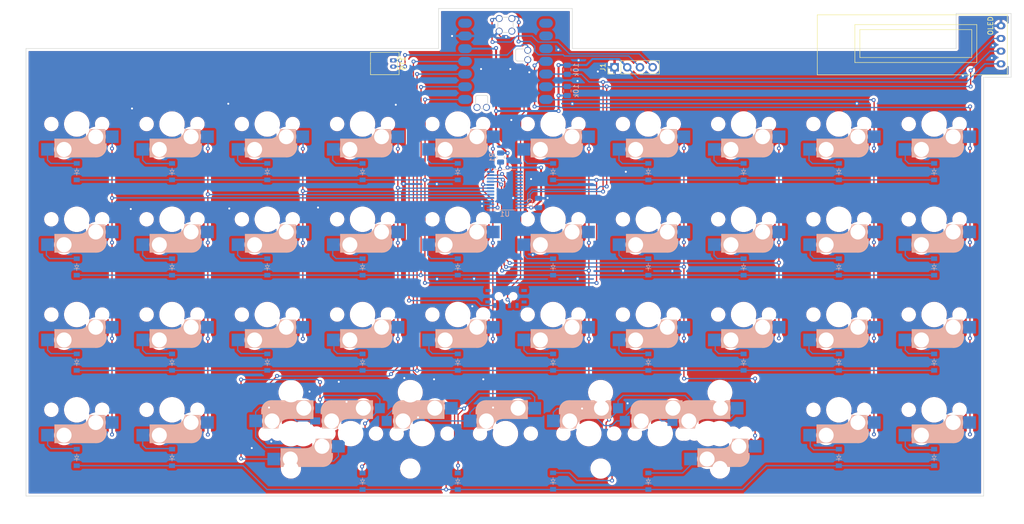
<source format=kicad_pcb>
(kicad_pcb (version 20211014) (generator pcbnew)
  (layers (0 "F.Cu" signal) (31 "B.Cu" signal) (34 "B.Paste" user) (35 "F.Paste" user) (36 "B.SilkS" user "B.Silkscreen") (37 "F.SilkS" user "F.Silkscreen") (38 "B.Mask" user) (39 "F.Mask" user) (44 "Edge.Cuts" user))
  (net 0 "")
  (net 1 "Net-(BT1-Pad1)")
  (net 2 "Net-(BT1-Pad2)")
  (net 3 "GND")
  (net 4 "+3V3")
  (net 5 "Row_1")
  (net 6 "Net-(D1-Pad2)")
  (net 7 "Row_2")
  (net 8 "Net-(D2-Pad2)")
  (net 9 "Row_3")
  (net 10 "Net-(D3-Pad2)")
  (net 11 "Row_4")
  (net 12 "Net-(D4-Pad2)")
  (net 13 "Net-(D5-Pad2)")
  (net 14 "Net-(D6-Pad2)")
  (net 15 "Net-(D7-Pad2)")
  (net 16 "Net-(D8-Pad2)")
  (net 17 "Net-(D9-Pad2)")
  (net 18 "Net-(D10-Pad2)")
  (net 19 "Net-(D11-Pad2)")
  (net 20 "Net-(D12-Pad2)")
  (net 21 "Net-(D13-Pad2)")
  (net 22 "Net-(D14-Pad2)")
  (net 23 "Net-(D15-Pad2)")
  (net 24 "Net-(D16-Pad2)")
  (net 25 "Net-(D17-Pad2)")
  (net 26 "Net-(D18-Pad2)")
  (net 27 "Net-(D19-Pad2)")
  (net 28 "Net-(D20-Pad2)")
  (net 29 "Net-(D21-Pad2)")
  (net 30 "Net-(D22-Pad2)")
  (net 31 "Net-(D23-Pad2)")
  (net 32 "Net-(D24-Pad2)")
  (net 33 "Net-(D25-Pad2)")
  (net 34 "Net-(D26-Pad2)")
  (net 35 "Net-(D27-Pad2)")
  (net 36 "Net-(D28-Pad2)")
  (net 37 "Net-(D29-Pad2)")
  (net 38 "Net-(D30-Pad2)")
  (net 39 "Net-(D31-Pad2)")
  (net 40 "Net-(D32-Pad2)")
  (net 41 "Net-(D33-Pad2)")
  (net 42 "Net-(D34-Pad2)")
  (net 43 "Net-(D35-Pad2)")
  (net 44 "Net-(D36-Pad2)")
  (net 45 "Net-(D37-Pad2)")
  (net 46 "Net-(D38-Pad2)")
  (net 47 "swdio")
  (net 48 "swclk")
  (net 49 "sda")
  (net 50 "scl")
  (net 51 "Net-(R1-Pad2)")
  (net 52 "Col_1")
  (net 53 "Col_2")
  (net 54 "Col_3")
  (net 55 "Net-(SW13-Pad2)")
  (net 56 "Col_4")
  (net 57 "Col_5")
  (net 58 "Col_6")
  (net 59 "Col_7")
  (net 60 "Col_8")
  (net 61 "Col_9")
  (net 62 "Col_10")
  (footprint "weteor:CherryMX_Hotswap" (layer "F.Cu") (at 228.6 57.15 180)
    (fp_text reference "SW43" hide)
    (fp_text value "SW_Push" hide)
  )
  (footprint "weteor:CherryMX_Hotswap_1.75u" (layer "F.Cu") (at 126.20625 100.0125)
    (fp_text reference "SW23" hide)
    (fp_text value "SW_Push" hide)
  )
  (footprint "weteor:CherryMX_Hotswap" (layer "F.Cu") (at 57.15 38.1 180)
    (fp_text reference "SW1" hide)
    (fp_text value "SW_Push" hide)
  )
  (footprint "Connector_Molex:Molex_PicoBlade_53048-0210_1x02_P1.25mm_Horizontal" (layer "F.Cu") (at 120.45 25.375 -90)
    (fp_text reference "BT1")
    (fp_text value "Battery_Cell")
  )
  (footprint "weteor:CherryMX_Hotswap" (layer "F.Cu") (at 152.4 38.1 180)
    (fp_text reference "SW25" hide)
    (fp_text value "SW_Push" hide)
  )
  (footprint "weteor:CherryMX_Hotswap" (layer "F.Cu") (at 57.15 76.2 180)
    (fp_text reference "SW3" hide)
    (fp_text value "SW_Push" hide)
  )
  (footprint "weteor:CherryMX_Hotswap" (layer "F.Cu") (at 152.4 76.2 180)
    (fp_text reference "SW27" hide)
    (fp_text value "SW_Push" hide)
  )
  (footprint "weteor:CherryMX_Hotswap" (layer "F.Cu") (at 171.45 57.15 180)
    (fp_text reference "SW32" hide)
    (fp_text value "SW_Push" hide)
  )
  (footprint "weteor:CherryMX_Hotswap" (layer "F.Cu") (at 95.25 38.1 180)
    (fp_text reference "SW10" hide)
    (fp_text value "SW_Push" hide)
  )
  (footprint "weteor:CherryMX_Hotswap" (layer "F.Cu") (at 209.55 38.1 180)
    (fp_text reference "SW38" hide)
    (fp_text value "SW_Push" hide)
  )
  (footprint "weteor:OLED_1side" (layer "F.Cu") (at 241.97 22.26 90)
    (fp_text reference "OL1")
    (fp_text value "OLED" hide)
  )
  (footprint "weteor:CherryMX_Hotswap" (layer "F.Cu") (at 228.6 38.1 180)
    (fp_text reference "SW42" hide)
    (fp_text value "SW_Push" hide)
  )
  (footprint "weteor:CherryMX_Hotswap" (layer "F.Cu") (at 76.2 38.1 180)
    (fp_text reference "SW6" hide)
    (fp_text value "SW_Push" hide)
  )
  (footprint "weteor:CherryMX_Hotswap" (layer "F.Cu") (at 95.25 76.2 180)
    (fp_text reference "SW12" hide)
    (fp_text value "SW_Push" hide)
  )
  (footprint "weteor:CherryMX_Hotswap_3u_stabs" (layer "F.Cu") (at 142.875 100.0125)
    (fp_text reference "SW24" hide)
    (fp_text value "SW_Push" hide)
  )
  (footprint "weteor:CherryMX_Hotswap" (layer "F.Cu") (at 57.15 95.25 180)
    (fp_text reference "SW4" hide)
    (fp_text value "SW_Push" hide)
  )
  (footprint "weteor:CherryMX_Hotswap" (layer "F.Cu") (at 114.3 57.15 180)
    (fp_text reference "SW15" hide)
    (fp_text value "SW_Push" hide)
  )
  (footprint "weteor:CherryMX_Hotswap" (layer "F.Cu") (at 133.35 76.2 180)
    (fp_text reference "SW22" hide)
    (fp_text value "SW_Push" hide)
  )
  (footprint "weteor:CherryMX_Hotswap" (layer "F.Cu") (at 114.3 76.2 180)
    (fp_text reference "SW16" hide)
    (fp_text value "SW_Push" hide)
  )
  (footprint "weteor:CherryMX_Hotswap" (layer "F.Cu") (at 209.55 57.15 180)
    (fp_text reference "SW39" hide)
    (fp_text value "SW_Push" hide)
  )
  (footprint "weteor:CherryMX_Hotswap" (layer "F.Cu") (at 190.5 38.1 180)
    (fp_text reference "SW35" hide)
    (fp_text value "SW_Push" hide)
  )
  (footprint "weteor:CherryMX_Hotswap_2.25u_stabs" (layer "F.Cu") (at 173.83125 100.0125)
    (fp_text reference "SW30" hide)
    (fp_text value "SW_Push" hide)
  )
  (footprint "weteor:CherryMX_Hotswap_1.25u" (layer "F.Cu") (at 183.35625 100.0125)
    (fp_text reference "SW29" hide)
    (fp_text value "SW_Push" hide)
  )
  (footprint "weteor:CherryMX_Hotswap_2.25u_stabs" (layer "F.Cu") (at 111.91875 100.0125)
    (fp_text reference "SW19" hide)
    (fp_text value "SW_Push" hide)
  )
  (footprint "weteor:CherryMX_Hotswap" (layer "F.Cu") (at 190.5 76.2 180)
    (fp_text reference "SW37" hide)
    (fp_text value "SW_Push" hide)
  )
  (footprint "weteor:CherryMX_Hotswap" (layer "F.Cu") (at 209.55 76.2 180)
    (fp_text reference "SW40" hide)
    (fp_text value "SW_Push" hide)
  )
  (footprint "weteor:CherryMX_Hotswap" (layer "F.Cu") (at 171.45 76.2 180)
    (fp_text reference "SW33" hide)
    (fp_text value "SW_Push" hide)
  )
  (footprint "weteor:CherryMX_Hotswap" (layer "F.Cu") (at 185.7375 100.0125 180)
    (fp_text reference "SW34" hide)
    (fp_text value "SW_Push" hide)
  )
  (footprint "weteor:CherryMX_Hotswap" (layer "F.Cu") (at 114.3 38.1 180)
    (fp_text reference "SW14" hide)
    (fp_text value "SW_Push" hide)
  )
  (footprint "weteor:CherryMX_Hotswap_1.75u" (layer "F.Cu") (at 159.54375 100.0125)
    (fp_text reference "SW28" hide)
    (fp_text value "SW_Push" hide)
  )
  (footprint "weteor:CherryMX_Hotswap" (layer "F.Cu") (at 57.15 57.15 180)
    (fp_text reference "SW2" hide)
    (fp_text value "SW_Push" hide)
  )
  (footprint "weteor:CherryMX_Hotswap" (layer "F.Cu") (at 209.55 95.25 180)
    (fp_text reference "SW41" hide)
    (fp_text value "SW_Push" hide)
  )
  (footprint "weteor:CherryMX_Hotswap" (layer "F.Cu") (at 76.2 76.2 180)
    (fp_text reference "SW8" hide)
    (fp_text value "SW_Push" hide)
  )
  (footprint "weteor:CherryMX_Hotswap" (layer "F.Cu") (at 100.0125 100.0125)
    (fp_text reference "SW17" hide)
    (fp_text value "SW_Push" hide)
  )
  (footprint "weteor:CherryMX_Hotswap" (layer "F.Cu") (at 190.5 57.15 180)
    (fp_text reference "SW36" hide)
    (fp_text value "SW_Push" hide)
  )
  (footprint "weteor:CherryMX_Hotswap" (layer "F.Cu") (at 152.4 57.15 180)
    (fp_text reference "SW26" hide)
    (fp_text value "SW_Push" hide)
  )
  (footprint "weteor:CherryMX_Hotswap" (layer "F.Cu") (at 133.35 38.1 180)
    (fp_text reference "SW20" hide)
    (fp_text value "SW_Push" hide)
  )
  (footprint "weteor:CherryMX_Hotswap" (layer "F.Cu") (at 171.45 38.1 180)
    (fp_text reference "SW31" hide)
    (fp_text value "SW_Push" hide)
  )
  (footprint "Connector_PinHeader_2.54mm:PinHeader_1x04_P2.54mm_Vertical" (layer "F.Cu") (at 164.7 26.75 90)
    (fp_text reference "J1")
    (fp_text value "BL_CONN")
  )
  (footprint "weteor:CherryMX_Hotswap" (layer "F.Cu") (at 76.2 95.25 180)
    (fp_text reference "SW9" hide)
    (fp_text value "SW_Push" hide)
  )
  (footprint "weteor:CherryMX_Hotswap" (layer "F.Cu") (at 95.25 57.15 180)
    (fp_text reference "SW11" hide)
    (fp_text value "SW_Push" hide)
  )
  (footprint "weteor:CherryMX_Hotswap_1.25u" (layer "F.Cu") (at 102.39375 100.0125 180)
    (fp_text reference "SW18" hide)
    (fp_text value "SW_Push" hide)
  )
  (footprint "weteor:CherryMX_Hotswap" (layer "F.Cu") (at 133.35 57.15 180)
    (fp_text reference "SW21" hide)
    (fp_text value "SW_Push" hide)
  )
  (footprint "weteor:CherryMX_Hotswap" (layer "F.Cu") (at 228.6 95.25 180)
    (fp_text reference "SW45" hide)
    (fp_text value "SW_Push" hide)
  )
  (footprint "weteor:CherryMX_Hotswap" (layer "F.Cu") (at 228.6 76.2 180)
    (fp_text reference "SW44" hide)
    (fp_text value "SW_Push" hide)
  )
  (footprint "weteor:CherryMX_Hotswap" (layer "F.Cu") (at 76.2 57.15 180)
    (fp_text reference "SW7" hide)
    (fp_text value "SW_Push" hide)
  )
  (footprint "weteor:D_SOD-123" (layer "B.Cu") (at 228.6 47.625 90)
    (fp_text reference "D35" hide)
    (fp_text value "D")
  )
  (footprint "weteor:D_SOD-123" (layer "B.Cu") (at 114.3 109.5375 90)
    (fp_text reference "D15" hide)
    (fp_text value "D")
  )
  (footprint "weteor:D_SOD-123" (layer "B.Cu") (at 190.5 47.625 90)
    (fp_text reference "D28" hide)
    (fp_text value "D")
  )
  (footprint "weteor:D_SOD-123" (layer "B.Cu") (at 114.3 47.625 90)
    (fp_text reference "D12" hide)
    (fp_text value "D")
  )
  (footprint "Resistor_SMD:R_0805_2012Metric" (layer "B.Cu") (at 155.25 31.5 90)
    (fp_text reference "R2" hide)
    (fp_text value "10k")
  )
  (footprint "weteor:D_SOD-123" (layer "B.Cu") (at 133.35 85.725 90)
    (fp_text reference "D18" hide)
    (fp_text value "D")
  )
  (footprint "weteor:D_SOD-123" (layer "B.Cu") (at 171.45 66.675 90)
    (fp_text reference "D25" hide)
    (fp_text value "D")
  )
  (footprint "weteor:D_SOD-123" (layer "B.Cu") (at 114.3 85.725 90)
    (fp_text reference "D14" hide)
    (fp_text value "D")
  )
  (footprint "weteor:D_SOD-123" (layer "B.Cu") (at 57.15 47.625 90)
    (fp_text reference "D1" hide)
    (fp_text value "D")
  )
  (footprint "weteor:D_SOD-123" (layer "B.Cu") (at 95.25 85.725 90)
    (fp_text reference "D11" hide)
    (fp_text value "D")
  )
  (footprint "Resistor_SMD:R_0805_2012Metric" (layer "B.Cu") (at 141.9 44.8 -90)
    (fp_text reference "R1")
    (fp_text value "10k")
  )
  (footprint "weteor:D_SOD-123" (layer "B.Cu") (at 133.35 47.625 90)
    (fp_text reference "D16" hide)
    (fp_text value "D")
  )
  (footprint "weteor:D_SOD-123" (layer "B.Cu") (at 209.55 85.725 90)
    (fp_text reference "D33" hide)
    (fp_text value "D")
  )
  (footprint "Package_SO:TSSOP-24_4.4x7.8mm_P0.65mm" (layer "B.Cu") (at 142.75 51.25)
    (fp_text reference "U1")
    (fp_text value "PCA9555PW")
  )
  (footprint "weteor:D_SOD-123" (layer "B.Cu") (at 133.35 109.5375 90)
    (fp_text reference "D19" hide)
    (fp_text value "D")
  )
  (footprint "Resistor_SMD:R_0805_2012Metric" (layer "B.Cu") (at 155.25 27.25 -90)
    (fp_text reference "R3" hide)
    (fp_text value "10k")
  )
  (footprint "weteor:D_SOD-123" (layer "B.Cu") (at 190.5 85.725 90)
    (fp_text reference "D30" hide)
    (fp_text value "D")
  )
  (footprint "weteor:D_SOD-123" (layer "B.Cu") (at 190.5 66.675 90)
    (fp_text reference "D29" hide)
    (fp_text value "D")
  )
  (footprint "weteor:D_SOD-123" (layer "B.Cu") (at 76.2 47.625 90)
    (fp_text reference "D6" hide)
    (fp_text value "D")
  )
  (footprint "weteor:D_SOD-123" (layer "B.Cu") (at 171.45 47.625 90)
    (fp_text reference "D24" hide)
    (fp_text value "D")
  )
  (footprint "weteor:D_SOD-123" (layer "B.Cu") (at 114.3 66.675 90)
    (fp_text reference "D13" hide)
    (fp_text value "D")
  )
  (footprint "weteor:D_SOD-123" (layer "B.Cu") (at 57.15 85.725 90)
    (fp_text reference "D3" hide)
    (fp_text value "D")
  )
  (footprint "weteor:D_SOD-123" (layer "B.Cu") (at 209.55 104.775 90)
    (fp_text reference "D34" hide)
    (fp_text value "D")
  )
  (footprint "weteor:D_SOD-123" (layer "B.Cu") (at 76.2 85.725 90)
    (fp_text reference "D8" hide)
    (fp_text value "D")
  )
  (footprint "Capacitor_SMD:C_0805_2012Metric" (layer "B.Cu") (at 149.5 53.9 -90)
    (fp_text reference "C1")
    (fp_text value "0.1uF")
  )
  (footprint "weteor:D_SOD-123" (layer "B.Cu") (at 228.6 104.775 90)
    (fp_text reference "D38" hide)
    (fp_text value "D")
  )
  (footprint "weteor:D_SOD-123" (layer "B.Cu") (at 209.55 47.625 90)
    (fp_text reference "D31" hide)
    (fp_text value "D")
  )
  (footprint "weteor:switch_MSK-12C02_smd" (layer "B.Cu") (at 143 71.1875 -90)
    (fp_text reference "SW13")
    (fp_text value "ON_OFF")
  )
  (footprint "weteor:D_SOD-123" (layer "B.Cu") (at 95.25 66.675 90)
    (fp_text reference "D10" hide)
    (fp_text value "D")
  )
  (footprint "weteor:D_SOD-123" (layer "B.Cu") (at 57.15 66.675 90)
    (fp_text reference "D2" hide)
    (fp_text value "D")
  )
  (footprint "weteor:D_SOD-123" (layer "B.Cu") (at 76.2 66.675 90)
    (fp_text reference "D7" hide)
    (fp_text value "D")
  )
  (footprint "weteor:D_SOD-123" (layer "B.Cu") (at 228.6 85.725 90)
    (fp_text reference "D37" hide)
    (fp_text value "D")
  )
  (footprint "weteor:D_SOD-123" (layer "B.Cu") (at 152.4 109.5 90)
    (fp_text reference "D23" hide)
    (fp_text value "D")
  )
  (footprint "weteor:D_SOD-123" (layer "B.Cu") (at 76.2 104.775 90)
    (fp_text reference "D5" hide)
    (fp_text value "D")
  )
  (footprint "weteor:D_SOD-123" (layer "B.Cu") (at 133.35 66.675 90)
    (fp_text reference "D17" hide)
    (fp_text value "D")
  )
  (footprint "weteor:D_SOD-123" (layer "B.Cu") (at 209.55 66.675 90)
    (fp_text reference "D32" hide)
    (fp_text value "D")
  )
  (footprint "weteor:D_SOD-123" (layer "B.Cu") (at 171.45 85.725 90)
    (fp_text reference "D26" hide)
    (fp_text value "D")
  )
  (footprint "weteor:D_SOD-123" (layer "B.Cu") (at 57.15 104.775 90)
    (fp_text reference "D4" hide)
    (fp_text value "D")
  )
  (footprint "weteor:D_SOD-123" (layer "B.Cu") (at 171.45 109.5375 90)
    (fp_text reference "D27" hide)
    (fp_text value "D")
  )
  (footprint "weteor:D_SOD-123" (layer "B.Cu") (at 228.6 66.675 90)
    (fp_text reference "D36" hide)
    (fp_text value "D")
  )
  (footprint "weteor:D_SOD-123" (layer "B.Cu") (at 95.25 47.625 90)
    (fp_text reference "D9" hide)
    (fp_text value "D")
  )
  (footprint "weteor:D_SOD-123" (layer "B.Cu") (at 152.4 85.725 90)
    (fp_text reference "D22" hide)
    (fp_text value "D")
  )
  (footprint "mcu:xiao-ble-smd-cutout" (layer "B.Cu") (at 142.89 25.57 180)
    (fp_text reference "U2" hide)
    (fp_text value "xiao-ble" hide)
    (fp_line (start -2.413 0.063) (end -4.0132 0.063) (layer "Edge.Cuts") (width 0.12))
    (fp_line (start 3.9375 -6.795) (end 5.5885 -6.795) (layer "Edge.Cuts") (width 0.12))
    (fp_line (start -1.524 6.4638) (end -1.524 8.1402) (layer "Edge.Cuts") (width 0.12))
    (fp_line (start 3.556 -8.7762) (end 3.5565 -7.176) (layer "Edge.Cuts") (width 0.12))
    (fp_line (start -0.8382 5.778) (end 0.8382 5.778) (layer "Edge.Cuts") (width 0.12))
    (fp_line (start -4.699 0.7488) (end -4.699 1.7902) (layer "Edge.Cuts") (width 0.12))
    (fp_line (start -0.8382 8.826) (end 0.8382 8.826) (layer "Edge.Cuts") (width 0.12))
    (fp_line (start -4.0132 2.476) (end -2.413 2.476) (layer "Edge.Cuts") (width 0.12))
    (fp_line (start -2.032 2.095) (end -2.032 0.444) (layer "Edge.Cuts") (width 0.12))
    (fp_line (start 5.9695 -7.176) (end 5.969 -8.7762) (layer "Edge.Cuts") (width 0.12))
    (fp_line (start 1.524 6.4638) (end 1.524 8.1402) (layer "Edge.Cuts") (width 0.12))
    (fp_line (start 5.2832 -9.462) (end 4.2418 -9.462) (layer "Edge.Cuts") (width 0.12))
    (fp_arc (start 5.9695 -7.176) (mid 5.857908 -6.906592) (end 5.5885 -6.795) (layer "Edge.Cuts") (width 0.12))
    (fp_arc (start -0.8382 5.778) (mid -0.920391 6.381609) (end -1.524 6.4638) (layer "Edge.Cuts") (width 0.12))
    (fp_arc (start -1.524 8.1402) (mid -0.920391 8.222391) (end -0.8382 8.826) (layer "Edge.Cuts") (width 0.12))
    (fp_arc (start 5.969 -8.7762) (mid 5.365357 -8.858357) (end 5.2832 -9.462) (layer "Edge.Cuts") (width 0.12))
    (fp_arc (start -4.699 1.7902) (mid -4.095391 1.872391) (end -4.0132 2.476) (layer "Edge.Cuts") (width 0.12))
    (fp_arc (start -2.032 2.095) (mid -2.143592 2.364408) (end -2.413 2.476) (layer "Edge.Cuts") (width 0.12))
    (fp_arc (start 3.9375 -6.795) (mid 3.668092 -6.906592) (end 3.5565 -7.176) (layer "Edge.Cuts") (width 0.12))
    (fp_arc (start 1.524 6.4638) (mid 0.920393 6.381607) (end 0.8382 5.778) (layer "Edge.Cuts") (width 0.12))
    (fp_arc (start -2.413 0.063) (mid -2.143592 0.174592) (end -2.032 0.444) (layer "Edge.Cuts") (width 0.12))
    (fp_arc (start -4.0132 0.063) (mid -4.095391 0.666609) (end -4.699 0.7488) (layer "Edge.Cuts") (width 0.12))
    (fp_arc (start 4.2418 -9.462) (mid 4.159607 -8.858393) (end 3.556 -8.7762) (layer "Edge.Cuts") (width 0.12))
    (fp_arc (start 0.8382 8.826) (mid 0.920393 8.222393) (end 1.524 8.1402) (layer "Edge.Cuts") (width 0.12))
  )
  (footprint "weteor:D_SOD-123" (layer "B.Cu") (at 152.4 47.625 90)
    (fp_text reference "D20" hide)
    (fp_text value "D")
  )
  (footprint "weteor:D_SOD-123" (layer "B.Cu") (at 152.4 66.675 90)
    (fp_text reference "D21" hide)
    (fp_text value "D")
  )
  (gr_line (start 156.25 23) (end 156.25 15) (layer "Edge.Cuts") (width 0.1))
  (gr_line (start 244 16) (end 233 16) (layer "Edge.Cuts") (width 0.1))
  (gr_line (start 244 28.75) (end 244 16) (layer "Edge.Cuts") (width 0.1))
  (gr_line (start 129.5 23) (end 129.5 15) (layer "Edge.Cuts") (width 0.1))
  (gr_line (start 238.5 28.75) (end 238.5 112.5) (layer "Edge.Cuts") (width 0.1))
  (gr_line (start 129.5 15) (end 156.25 15) (layer "Edge.Cuts") (width 0.1))
  (gr_line (start 233 23) (end 233 16) (layer "Edge.Cuts") (width 0.1))
  (gr_line (start 156.25 23) (end 233 23) (layer "Edge.Cuts") (width 0.1))
  (gr_line (start 47 23) (end 129.5 23) (layer "Edge.Cuts") (width 0.1))
  (gr_line (start 238.5 112.5) (end 47 112.5) (layer "Edge.Cuts") (width 0.1))
  (gr_line (start 47 112.5) (end 47 23) (layer "Edge.Cuts") (width 0.1))
  (gr_line (start 238.5 28.75) (end 244 28.75) (layer "Edge.Cuts") (width 0.1))
  (segment (start 121.8 29.4) (end 121.8 25.4) (width 0.25) (layer "F.Cu") (net 1))
  (segment (start 123.6 31.2) (end 121.8 29.4) (width 0.25) (layer "F.Cu") (net 1))
  (segment (start 123.6 73.4) (end 123.6 31.2) (width 0.25) (layer "F.Cu") (net 1))
  (via (at 121.8 25.4) (size 0.8) (drill 0.4) (layers "F.Cu" "B.Cu") (net 1))
  (via (at 123.6 73.4) (size 0.8) (drill 0.4) (layers "F.Cu" "B.Cu") (net 1))
  (segment (start 137 73.4) (end 137.9875 74.3875) (width 0.25) (layer "B.Cu") (net 1))
  (segment (start 123.6 73.4) (end 137 73.4) (width 0.25) (layer "B.Cu") (net 1))
  (segment (start 121.775 25.375) (end 121.8 25.4) (width 0.25) (layer "B.Cu") (net 1))
  (segment (start 120.45 25.375) (end 121.775 25.375) (width 0.25) (layer "B.Cu") (net 1))
  (segment (start 137.9875 74.3875) (end 140.8 74.3875) (width 0.25) (layer "B.Cu") (net 1))
  (segment (start 122.8 24.3) (end 122.8 26.6) (width 0.25) (layer "F.Cu") (net 2))
  (via (at 122.8 26.6) (size 0.8) (drill 0.4) (layers "F.Cu" "B.Cu") (net 2))
  (via (at 122.8 24.3) (size 0.8) (drill 0.4) (layers "F.Cu" "B.Cu") (net 2))
  (segment (start 147.35 22.5) (end 147.35 23.333) (width 0.25) (layer "B.Cu") (net 2))
  (segment (start 122.8 24.3) (end 143.2 24.3) (width 0.25) (layer "B.Cu") (net 2))
  (segment (start 147.35 23.333) (end 147.335 23.348) (width 0.25) (layer "B.Cu") (net 2))
  (segment (start 120.475 26.6) (end 120.45 26.625) (width 0.25) (layer "B.Cu") (net 2))
  (segment (start 146.2 22.25) (end 145.95 22.5) (width 0.25) (layer "B.Cu") (net 2))
  (segment (start 147.1 22.25) (end 146.2 22.25) (width 0.25) (layer "B.Cu") (net 2))
  (segment (start 143.2 24.3) (end 145 22.5) (width 0.25) (layer "B.Cu") (net 2))
  (segment (start 122.8 26.6) (end 120.475 26.6) (width 0.25) (layer "B.Cu") (net 2))
  (segment (start 145 22.5) (end 145.95 22.5) (width 0.25) (layer "B.Cu") (net 2))
  (segment (start 147.35 22.5) (end 147.1 22.25) (width 0.25) (layer "B.Cu") (net 2))
  (segment (start 141.62 20.32) (end 141.62 19.538) (width 0.25) (layer "F.Cu") (net 3))
  (segment (start 142 20.7) (end 141.62 20.32) (width 0.25) (layer "F.Cu") (net 3))
  (segment (start 143 20.7) (end 142 20.7) (width 0.25) (layer "F.Cu") (net 3))
  (via (at 143.85 27.1) (size 0.8) (drill 0.4) (layers "F.Cu" "B.Cu") (net 3))
  (via (at 166.95 47.65) (size 0.8) (drill 0.4) (layers "F.Cu" "B.Cu") (net 3))
  (via (at 109.55 89.65) (size 0.8) (drill 0.4) (layers "F.Cu" "B.Cu") (net 3))
  (via (at 240.15 24.9) (size 0.8) (drill 0.4) (layers "F.Cu" "B.Cu") (net 3))
  (via (at 148.35 64.25) (size 0.8) (drill 0.4) (layers "F.Cu" "B.Cu") (net 3))
  (via (at 213.15 34) (size 0.8) (drill 0.4) (layers "F.Cu" "B.Cu") (net 3))
  (via (at 122.65 88.9) (size 0.8) (drill 0.4) (layers "F.Cu" "B.Cu") (net 3))
  (via (at 153.45 23.25) (size 0.8) (drill 0.4) (layers "F.Cu" "B.Cu") (net 3))
  (via (at 166.4 67.45) (size 0.8) (drill 0.4) (layers "F.Cu" "B.Cu") (net 3))
  (via (at 176.25 67.5) (size 0.8) (drill 0.4) (layers "F.Cu" "B.Cu") (net 3))
  (via (at 147.65 27.75) (size 0.8) (drill 0.4) (layers "F.Cu" "B.Cu") (net 3))
  (via (at 167.3 93.95) (size 0.8) (drill 0.4) (layers "F.Cu" "B.Cu") (net 3))
  (via (at 122.5 50.05) (size 0.8) (drill 0.4) (layers "F.Cu" "B.Cu") (net 3))
  (via (at 156.25 34.05) (size 0.8) (drill 0.4) (layers "F.Cu" "B.Cu") (net 3))
  (via (at 96.05 101.6) (size 0.8) (drill 0.4) (layers "F.Cu" "B.Cu") (net 3))
  (via (at 129.15 50.1) (size 0.8) (drill 0.4) (layers "F.Cu" "B.Cu") (net 3))
  (via (at 87.65 55) (size 0.8) (drill 0.4) (layers "F.Cu" "B.Cu") (net 3))
  (via (at 129.2 69.1) (size 0.8) (drill 0.4) (layers "F.Cu" "B.Cu") (net 3))
  (via (at 157.5 25.35) (size 0.8) (drill 0.4) (layers "F.Cu" "B.Cu") (net 3))
  (via (at 240.35 22.4) (size 0.8) (drill 0.4) (layers "F.Cu" "B.Cu") (net 3))
  (via (at 138.2 53.6) (size 0.8) (drill 0.4) (layers "F.Cu" "B.Cu") (net 3))
  (via (at 157.3 69.05) (size 0.8) (drill 0.4) (layers "F.Cu" "B.Cu") (net 3))
  (via (at 68.2 35) (size 0.8) (drill 0.4) (layers "F.Cu" "B.Cu") (net 3))
  (via (at 120.95 34.25) (size 0.8) (drill 0.4) (layers "F.Cu" "B.Cu") (net 3))
  (via (at 125.4 96.75) (size 0.8) (drill 0.4) (layers "F.Cu" "B.Cu") (net 3))
  (via (at 136.6 69.05) (size 0.8) (drill 0.4) (layers "F.Cu" "B.Cu") (net 3))
  (via (at 144.05 37.3) (size 0.8) (drill 0.4) (layers "F.Cu" "B.Cu") (net 3))
  (via (at 144.4 52.9) (size 0.8) (drill 0.4) (layers "F.Cu" "B.Cu") (net 3))
  (via (at 132.2 20.5) (size 0.8) (drill 0.4) (layers "F.Cu" "B.Cu") (net 3))
  (via (at 111.1 93.65) (size 0.8) (drill 0.4) (layers "F.Cu" "B.Cu") (net 3))
  (via (at 151.3 52.9) (size 0.8) (drill 0.4) (layers "F.Cu" "B.Cu") (net 3))
  (via (at 138 27.1) (size 0.8) (drill 0.4) (layers "F.Cu" "B.Cu") (net 3))
  (via (at 148 49.1) (size 0.8) (drill 0.4) (layers "F.Cu" "B.Cu") (net 3))
  (via (at 136.25 74.55) (size 0.8) (drill 0.4) (layers "F.Cu" "B.Cu") (net 3))
  (via (at 138.2 54.5) (size 0.8) (drill 0.4) (layers "F.Cu" "B.Cu") (net 3))
  (via (at 92.15 102.9) (size 0.8) (drill 0.4) (layers "F.Cu" "B.Cu") (net 3))
  (via (at 157.3 29.5) (size 0.8) (drill 0.4) (layers "F.Cu" "B.Cu") (net 3))
  (via (at 105.4 54.8) (size 0.8) (drill 0.4) (layers "F.Cu" "B.Cu") (net 3))
  (via (at 138.45 89.15) (size 0.8) (drill 0.4) (layers "F.Cu" "B.Cu") (net 3))
  (via (at 103.7 91.6) (size 0.8) (drill 0.4) (layers "F.Cu" "B.Cu") (net 3))
  (via (at 67.95 55.1) (size 0.8) (drill 0.4) (layers "F.Cu" "B.Cu") (net 3))
  (via (at 161.35 27.6) (size 0.8) (drill 0.4) (layers "F.Cu" "B.Cu") (net 3))
  (via (at 128.6 89.15) (size 0.8) (drill 0.4) (layers "F.Cu" "B.Cu") (net 3))
  (via (at 87.45 34.05) (size 0.8) (drill 0.4) (layers "F.Cu" "B.Cu") (net 3))
  (via (at 143 20.7) (size 0.8) (drill 0.4) (layers "F.Cu" "B.Cu") (net 3))
  (via (at 234.35 28.45) (size 0.8) (drill 0.4) (layers "F.Cu" "B.Cu") (net 3))
  (segment (start 132.21 20.49) (end 132.2 20.5) (width 0.25) (layer "B.Cu") (net 3))
  (segment (start 139.8875 53.525) (end 138.275 53.525) (width 0.25) (layer "B.Cu") (net 3))
  (segment (start 149.5 52.95) (end 151.25 52.95) (width 0.25) (layer "B.Cu") (net 3))
  (segment (start 138.275 53.525) (end 138.2 53.6) (width 0.25) (layer "B.Cu") (net 3))
  (segment (start 139.8875 54.175) (end 138.525 54.175) (width 0.25) (layer "B.Cu") (net 3))
  (segment (start 145.5875 52.9) (end 145.6125 52.875) (width 0.25) (layer "B.Cu") (net 3))
  (segment (start 151.25 52.95) (end 151.3 52.9) (width 0.25) (layer "B.Cu") (net 3))
  (segment (start 138.525 54.175) (end 138.2 54.5) (width 0.25) (layer "B.Cu") (net 3))
  (segment (start 144.4 52.9) (end 145.5875 52.9) (width 0.25) (layer "B.Cu") (net 3))
  (segment (start 134.32004 20.49) (end 132.21 20.49) (width 0.25) (layer "B.Cu") (net 3))
  (segment (start 150 53.4) (end 150 46.8) (width 0.4) (layer "F.Cu") (net 4))
  (segment (start 153.5 32.4) (end 153.5 35.5) (width 0.4) (layer "F.Cu") (net 4))
  (segment (start 141 35.5) (end 141 41.6) (width 0.4) (layer "F.Cu") (net 4))
  (segment (start 143.3 43.9) (end 143.3 46.8) (width 0.4) (layer "F.Cu") (net 4))
  (segment (start 141 35.5) (end 141 22.9) (width 0.4) (layer "F.Cu") (net 4))
  (segment (start 153.5 26.3) (end 153.5 32.4) (width 0.4) (layer "F.Cu") (net 4))
  (segment (start 148.6 54.8) (end 150 53.4) (width 0.4) (layer "F.Cu") (net 4))
  (segment (start 148 54.8) (end 148.6 54.8) (width 0.4) (layer "F.Cu") (net 4))
  (segment (start 141 41.6) (end 143.3 43.9) (width 0.4) (layer "F.Cu") (net 4))
  (via (at 148 54.8) (size 0.8) (drill 0.4) (layers "F.Cu" "B.Cu") (net 4))
  (via (at 153.5 35.5) (size 0.8) (drill 0.4) (layers "F.Cu" "B.Cu") (net 4))
  (via (at 153.5 32.4) (size 0.8) (drill 0.4) (layers "F.Cu" "B.Cu") (net 4))
  (via (at 141 22.9) (size 0.8) (drill 0.4) (layers "F.Cu" "B.Cu") (net 4))
  (via (at 141 35.5) (size 0.8) (drill 0.4) (layers "F.Cu" "B.Cu") (net 4))
  (via (at 143.3 43.9) (size 0.8) (drill 0.4) (layers "F.Cu" "B.Cu") (net 4))
  (via (at 150 46.8) (size 0.8) (drill 0.4) (layers "F.Cu" "B.Cu") (net 4))
  (via (at 143.3 46.8) (size 0.8) (drill 0.4) (layers "F.Cu" "B.Cu") (net 4))
  (via (at 153.5 26.3) (size 0.8) (drill 0.4) (layers "F.Cu" "B.Cu") (net 4))
  (segment (start 149.475 54.825) (end 149.5 54.85) (width 0.25) (layer "B.Cu") (net 4))
  (segment (start 241.97 20.99) (end 240.51 20.99) (width 0.25) (layer "B.Cu") (net 4))
  (segment (start 141.9125 43.9) (end 141.9 43.8875) (width 0.4) (layer "B.Cu") (net 4))
  (segment (start 159.075 26.3) (end 160.275 25.1) (width 0.4) (layer "B.Cu") (net 4))
  (segment (start 145.6125 54.825) (end 149.475 54.825) (width 0.25) (layer "B.Cu") (net 4))
  (segment (start 148 54.8) (end 148.05 54.85) (width 0.4) (layer "B.Cu") (net 4))
  (segment (start 155.2875 26.3) (end 159.075 26.3) (width 0.4) (layer "B.Cu") (net 4))
  (segment (start 153.5 35.5) (end 141 35.5) (width 0.4) (layer "B.Cu") (net 4))
  (segment (start 143.3 43.9) (end 141.9125 43.9) (width 0.4) (layer "B.Cu") (net 4))
  (segment (start 155.2125 26.3) (end 155.25 26.3375) (width 0.4) (layer "B.Cu") (net 4))
  (segment (start 140.87 23.03) (end 134.32004 23.03) (width 0.4) (layer "B.Cu") (net 4))
  (segment (start 160.275 25.1) (end 165.59 25.1) (width 0.4) (layer "B.Cu") (net 4))
  (segment (start 143.3 46.8) (end 150 46.8) (width 0.4) (layer "B.Cu") (net 4))
  (segment (start 141 22.9) (end 140.87 23.03) (width 0.4) (layer "B.Cu") (net 4))
  (segment (start 169.49 29) (end 167.24 26.75) (width 0.25) (layer "B.Cu") (net 4))
  (segment (start 153.5125 32.4125) (end 153.5 32.4) (width 0.25) (layer "B.Cu") (net 4))
  (segment (start 153.5 26.3) (end 155.2125 26.3) (width 0.4) (layer "B.Cu") (net 4))
  (segment (start 155.25 32.4125) (end 153.5125 32.4125) (width 0.4) (layer "B.Cu") (net 4))
  (segment (start 232.5 29) (end 169.49 29) (width 0.25) (layer "B.Cu") (net 4))
  (segment (start 155.25 26.3375) (end 155.2875 26.3) (width 0.4) (layer "B.Cu") (net 4))
  (segment (start 165.59 25.1) (end 167.24 26.75) (width 0.4) (layer "B.Cu") (net 4))
  (segment (start 240.51 20.99) (end 232.5 29) (width 0.25) (layer "B.Cu") (net 4))
  (segment (start 126.775 49.275) (end 126.775 69.875) (width 0.25) (layer "F.Cu") (net 5))
  (segment (start 126.8 33.2) (end 126.8 49.25) (width 0.25) (layer "F.Cu") (net 5))
  (segment (start 161.1 49.3) (end 161.075 49.275) (width 0.25) (layer "F.Cu") (net 5))
  (segment (start 126.8 49.25) (end 126.775 49.275) (width 0.25) (layer "F.Cu") (net 5))
  (segment (start 161.1 69.9) (end 161.1 49.3) (width 0.25) (layer "F.Cu") (net 5))
  (via (at 161.075 49.275) (size 0.8) (drill 0.4) (layers "F.Cu" "B.Cu") (net 5))
  (via (at 126.8 33.2) (size 0.8) (drill 0.4) (layers "F.Cu" "B.Cu") (net 5))
  (via (at 161.1 69.9) (size 0.8) (drill 0.4) (layers "F.Cu" "B.Cu") (net 5))
  (via (at 126.775 49.275) (size 0.8) (drill 0.4) (layers "F.Cu" "B.Cu") (net 5))
  (via (at 126.775 69.875) (size 0.8) (drill 0.4) (layers "F.Cu" "B.Cu") (net 5))
  (segment (start 133.35 49.275) (end 126.775 49.275) (width 0.25) (layer "B.Cu") (net 5))
  (segment (start 152.4 49.275) (end 161.075 49.275) (width 0.25) (layer "B.Cu") (net 5))
  (segment (start 161.075 69.875) (end 161.1 69.9) (width 0.25) (layer "B.Cu") (net 5))
  (segment (start 134.31004 33.2) (end 126.8 33.2) (width 0.25) (layer "B.Cu") (net 5))
  (segment (start 161.075 49.275) (end 228.6 49.275) (width 0.25) (layer "B.Cu") (net 5))
  (segment (start 134.32004 33.19) (end 134.31004 33.2) (width 0.25) (layer "B.Cu") (net 5))
  (segment (start 126.775 69.875) (end 161.075 69.875) (width 0.25) (layer "B.Cu") (net 5))
  (segment (start 57.15 49.275) (end 126.775 49.275) (width 0.25) (layer "B.Cu") (net 5))
  (segment (start 51.308 43.18) (end 51.308 45.308) (width 0.25) (layer "B.Cu") (net 6))
  (segment (start 51.308 45.308) (end 51.975 45.975) (width 0.25) (layer "B.Cu") (net 6))
  (segment (start 51.975 45.975) (end 57.15 45.975) (width 0.25) (layer "B.Cu") (net 6))
  (segment (start 126 68.25) (end 125.925 68.325) (width 0.25) (layer "F.Cu") (net 7))
  (segment (start 126 30.7) (end 126 68.25) (width 0.25) (layer "F.Cu") (net 7))
  (via (at 125.925 68.325) (size 0.8) (drill 0.4) (layers "F.Cu" "B.Cu") (net 7))
  (via (at 126 30.7) (size 0.8) (drill 0.4) (layers "F.Cu" "B.Cu") (net 7))
  (segment (start 134.32004 30.65) (end 126.05 30.65) (width 0.25) (layer "B.Cu") (net 7))
  (segment (start 228.6 68.325) (end 125.925 68.325) (width 0.25) (layer "B.Cu") (net 7))
  (segment (start 125.925 68.325) (end 57.15 68.325) (width 0.25) (layer "B.Cu") (net 7))
  (segment (start 126.05 30.65) (end 126 30.7) (width 0.25) (layer "B.Cu") (net 7))
  (segment (start 51.083 64.333) (end 51.75 65) (width 0.25) (layer "B.Cu") (net 8))
  (segment (start 51.75 65) (end 56.925 65) (width 0.25) (layer "B.Cu") (net 8))
  (segment (start 51.083 62.205) (end 51.083 64.333) (width 0.25) (layer "B.Cu") (net 8))
  (segment (start 125.2 87.4) (end 125.2 28.1) (width 0.25) (layer "F.Cu") (net 9))
  (via (at 125.2 87.4) (size 0.8) (drill 0.4) (layers "F.Cu" "B.Cu") (net 9))
  (via (at 125.2 28.1) (size 0.8) (drill 0.4) (layers "F.Cu" "B.Cu") (net 9))
  (segment (start 125.21 28.11) (end 134.32004 28.11) (width 0.25) (layer "B.Cu") (net 9))
  (segment (start 125.2 28.1) (end 125.21 28.11) (width 0.25) (layer "B.Cu") (net 9))
  (segment (start 57.15 87.375) (end 125.175 87.375) (width 0.25) (layer "B.Cu") (net 9))
  (segment (start 125.225 87.375) (end 228.6 87.375) (width 0.25) (layer "B.Cu") (net 9))
  (segment (start 125.2 87.4) (end 125.225 87.375) (width 0.25) (layer "B.Cu") (net 9))
  (segment (start 125.175 87.375) (end 125.2 87.4) (width 0.25) (layer "B.Cu") (net 9))
  (segment (start 51.333 83.333) (end 52 84) (width 0.25) (layer "B.Cu") (net 10))
  (segment (start 52 84) (end 57.175 84) (width 0.25) (layer "B.Cu") (net 10))
  (segment (start 51.333 81.205) (end 51.333 83.333) (width 0.25) (layer "B.Cu") (net 10))
  (segment (start 124.475 25.625) (end 124.475 87.700305) (width 0.25) (layer "F.Cu") (net 11))
  (segment (start 132.7 95.925305) (end 132.7 105.5) (width 0.25) (layer "F.Cu") (net 11))
  (segment (start 124.5 25.6) (end 124.475 25.625) (width 0.25) (layer "F.Cu") (net 11))
  (segment (start 131.0125 107.1875) (end 131.0125 111.1875) (width 0.25) (layer "F.Cu") (net 11))
  (segment (start 132.7 105.5) (end 131.0125 107.1875) (width 0.25) (layer "F.Cu") (net 11))
  (segment (start 124.475 87.700305) (end 132.7 95.925305) (width 0.25) (layer "F.Cu") (net 11))
  (via (at 124.5 25.6) (size 0.8) (drill 0.4) (layers "F.Cu" "B.Cu") (net 11))
  (via (at 131.0125 111.1875) (size 0.8) (drill 0.4) (layers "F.Cu" "B.Cu") (net 11))
  (segment (start 90.425 106.425) (end 95.1875 111.1875) (width 0.25) (layer "B.Cu") (net 11))
  (segment (start 134.32004 25.57) (end 134.29004 25.6) (width 0.25) (layer "B.Cu") (net 11))
  (segment (start 195.075 106.425) (end 190.3125 111.1875) (width 0.25) (layer "B.Cu") (net 11))
  (segment (start 114.3 111.1875) (end 131.0125 111.1875) (width 0.25) (layer "B.Cu") (net 11))
  (segment (start 190.3125 111.1875) (end 171.45 111.1875) (width 0.25) (layer "B.Cu") (net 11))
  (segment (start 131.0125 111.1875) (end 171.45 111.1875) (width 0.25) (layer "B.Cu") (net 11))
  (segment (start 57.15 106.425) (end 90.425 106.425) (width 0.25) (layer "B.Cu") (net 11))
  (segment (start 95.1875 111.1875) (end 114.3 111.1875) (width 0.25) (layer "B.Cu") (net 11))
  (segment (start 134.29004 25.6) (end 124.5 25.6) (width 0.25) (layer "B.Cu") (net 11))
  (segment (start 228.6 106.425) (end 195.075 106.425) (width 0.25) (layer "B.Cu") (net 11))
  (segment (start 51.333 100.205) (end 51.333 102.333) (width 0.25) (layer "B.Cu") (net 12))
  (segment (start 51.333 102.333) (end 52 103) (width 0.25) (layer "B.Cu") (net 12))
  (segment (start 52 103) (end 57.175 103) (width 0.25) (layer "B.Cu") (net 12))
  (segment (start 70.333 102.333) (end 71 103) (width 0.25) (layer "B.Cu") (net 13))
  (segment (start 70.333 100.205) (end 70.333 102.333) (width 0.25) (layer "B.Cu") (net 13))
  (segment (start 71 103) (end 76.175 103) (width 0.25) (layer "B.Cu") (net 13))
  (segment (start 70.333 43.205) (end 70.333 45.333) (width 0.25) (layer "B.Cu") (net 14))
  (segment (start 71 46) (end 76.175 46) (width 0.25) (layer "B.Cu") (net 14))
  (segment (start 70.333 45.333) (end 71 46) (width 0.25) (layer "B.Cu") (net 14))
  (segment (start 71 65) (end 76.175 65) (width 0.25) (layer "B.Cu") (net 15))
  (segment (start 70.333 62.205) (end 70.333 64.333) (width 0.25) (layer "B.Cu") (net 15))
  (segment (start 70.333 64.333) (end 71 65) (width 0.25) (layer "B.Cu") (net 15))
  (segment (start 71 84) (end 76.175 84) (width 0.25) (layer "B.Cu") (net 16))
  (segment (start 70.333 81.205) (end 70.333 83.333) (width 0.25) (layer "B.Cu") (net 16))
  (segment (start 70.333 83.333) (end 71 84) (width 0.25) (layer "B.Cu") (net 16))
  (segment (start 90 46) (end 95.175 46) (width 0.25) (layer "B.Cu") (net 17))
  (segment (start 89.333 43.205) (end 89.333 45.333) (width 0.25) (layer "B.Cu") (net 17))
  (segment (start 89.333 45.333) (end 90 46) (width 0.25) (layer "B.Cu") (net 17))
  (segment (start 89.333 64.333) (end 90 65) (width 0.25) (layer "B.Cu") (net 18))
  (segment (start 89.333 62.205) (end 89.333 64.333) (width 0.25) (layer "B.Cu") (net 18))
  (segment (start 90 65) (end 95.175 65) (width 0.25) (layer "B.Cu") (net 18))
  (segment (start 89.333 81.205) (end 89.333 83.333) (width 0.25) (layer "B.Cu") (net 19))
  (segment (start 89.333 83.333) (end 90 84) (width 0.25) (layer "B.Cu") (net 19))
  (segment (start 90 84) (end 95.175 84) (width 0.25) (layer "B.Cu") (net 19))
  (segment (start 108.333 43.205) (end 108.333 45.333) (width 0.25) (layer "B.Cu") (net 20))
  (segment (start 109 46) (end 114.175 46) (width 0.25) (layer "B.Cu") (net 20))
  (segment (start 108.333 45.333) (end 109 46) (width 0.25) (layer "B.Cu") (net 20))
  (segment (start 109 65) (end 114.175 65) (width 0.25) (layer "B.Cu") (net 21))
  (segment (start 108.333 64.333) (end 109 65) (width 0.25) (layer "B.Cu") (net 21))
  (segment (start 108.333 62.205) (end 108.333 64.333) (width 0.25) (layer "B.Cu") (net 21))
  (segment (start 108.583 83.333) (end 109.25 84) (width 0.25) (layer "B.Cu") (net 22))
  (segment (start 109.25 84) (end 114.425 84) (width 0.25) (layer "B.Cu") (net 22))
  (segment (start 108.583 81.205) (end 108.583 83.333) (width 0.25) (layer "B.Cu") (net 22))
  (segment (start 114.8 106) (end 114.2 106.6) (width 0.25) (layer "F.Cu") (net 23))
  (segment (start 105.8 93.2) (end 105.8 89.7) (width 0.25) (layer "F.Cu") (net 23))
  (segment (start 90 89.2) (end 90 105) (width 0.25) (layer "F.Cu") (net 23))
  (segment (start 114.8 98) (end 114.8 106) (width 0.25) (layer "F.Cu") (net 23))
  (via (at 114.8 98) (size 0.8) (drill 0.4) (layers "F.Cu" "B.Cu") (net 23))
  (via (at 90 105) (size 0.8) (drill 0.4) (layers "F.Cu" "B.Cu") (net 23))
  (via (at 90 89.2) (size 0.8) (drill 0.4) (layers "F.Cu" "B.Cu") (net 23))
  (via (at 105.8 93.2) (size 0.8) (drill 0.4) (layers "F.Cu" "B.Cu") (net 23))
  (via (at 105.8 89.7) (size 0.8) (drill 0.4) (layers "F.Cu" "B.Cu") (net 23))
  (via (at 114.2 106.6) (size 0.8) (drill 0.4) (layers "F.Cu" "B.Cu") (net 23))
  (segment (start 105.3 89.2) (end 90 89.2) (width 0.25) (layer "B.Cu") (net 23))
  (segment (start 105.8 93.2) (end 106.6 92.4) (width 0.25) (layer "B.Cu") (net 23))
  (segment (start 106.6 92.4) (end 117 92.4) (width 0.25) (layer "B.Cu") (net 23))
  (segment (start 105.8 89.7) (end 105.3 89.2) (width 0.25) (layer "B.Cu") (net 23))
  (segment (start 117 92.4) (end 117.76075 93.16075) (width 0.25) (layer "B.Cu") (net 23))
  (segment (start 105.8545 93.2545) (end 105.8 93.2) (width 0.25) (layer "B.Cu") (net 23))
  (segment (start 117.76075 94.9325) (end 117.76075 95.03925) (width 0.25) (layer "B.Cu") (net 23))
  (segment (start 117.76075 93.16075) (end 117.76075 94.9325) (width 0.25) (layer "B.Cu") (net 23))
  (segment (start 90 105) (end 90.0925 105.0925) (width 0.25) (layer "B.Cu") (net 23))
  (segment (start 90.0925 105.0925) (end 96.55175 105.0925) (width 0.25) (layer "B.Cu") (net 23))
  (segment (start 105.8545 94.9325) (end 105.8545 93.2545) (width 0.25) (layer "B.Cu") (net 23))
  (segment (start 117.76075 95.03925) (end 114.8 98) (width 0.25) (layer "B.Cu") (net 23))
  (segment (start 114.2 107.7875) (end 114.3 107.8875) (width 0.25) (layer "B.Cu") (net 23))
  (segment (start 114.2 106.6) (end 114.2 107.7875) (width 0.25) (layer "B.Cu") (net 23))
  (segment (start 127.333 45.333) (end 128 46) (width 0.25) (layer "B.Cu") (net 24))
  (segment (start 127.333 43.205) (end 127.333 45.333) (width 0.25) (layer "B.Cu") (net 24))
  (segment (start 128 46) (end 133.175 46) (width 0.25) (layer "B.Cu") (net 24))
  (segment (start 127.333 62.205) (end 127.333 64.333) (width 0.25) (layer "B.Cu") (net 25))
  (segment (start 127.333 64.333) (end 128 65) (width 0.25) (layer "B.Cu") (net 25))
  (segment (start 128 65) (end 133.175 65) (width 0.25) (layer "B.Cu") (net 25))
  (segment (start 127.583 83.333) (end 128.25 84) (width 0.25) (layer "B.Cu") (net 26))
  (segment (start 127.583 81.205) (end 127.583 83.333) (width 0.25) (layer "B.Cu") (net 26))
  (segment (start 128.25 84) (end 133.425 84) (width 0.25) (layer "B.Cu") (net 26))
  (segment (start 133.4 96.2) (end 134.6 95) (width 0.25) (layer "F.Cu") (net 27))
  (segment (start 133.4 106.4) (end 133.4 96.2) (width 0.25) (layer "F.Cu") (net 27))
  (via (at 134.6 95) (size 0.8) (drill 0.4) (layers "F.Cu" "B.Cu") (net 27))
  (via (at 133.4 106.4) (size 0.8) (drill 0.4) (layers "F.Cu" "B.Cu") (net 27))
  (segment (start 133.35 106.45) (end 133.4 106.4) (width 0.25) (layer "B.Cu") (net 27))
  (segment (start 134.5325 94.9325) (end 132.04825 94.9325) (width 0.25) (layer "B.Cu") (net 27))
  (segment (start 133.35 107.8875) (end 133.35 106.45) (width 0.25) (layer "B.Cu") (net 27))
  (segment (start 137.6 92) (end 148 92) (width 0.25) (layer "B.Cu") (net 27))
  (segment (start 148.717 92.717) (end 148.717 94.9325) (width 0.25) (layer "B.Cu") (net 27))
  (segment (start 148 92) (end 148.717 92.717) (width 0.25) (layer "B.Cu") (net 27))
  (segment (start 134.6 95) (end 137.6 92) (width 0.25) (layer "B.Cu") (net 27))
  (segment (start 134.6 95) (end 134.5325 94.9325) (width 0.25) (layer "B.Cu") (net 27))
  (segment (start 146.583 43.205) (end 146.583 45.333) (width 0.25) (layer "B.Cu") (net 28))
  (segment (start 146.583 45.333) (end 147.25 46) (width 0.25) (layer "B.Cu") (net 28))
  (segment (start 147.25 46) (end 152.425 46) (width 0.25) (layer "B.Cu") (net 28))
  (segment (start 147.25 65) (end 152.425 65) (width 0.25) (layer "B.Cu") (net 29))
  (segment (start 146.583 64.333) (end 147.25 65) (width 0.25) (layer "B.Cu") (net 29))
  (segment (start 146.583 62.205) (end 146.583 64.333) (width 0.25) (layer "B.Cu") (net 29))
  (segment (start 146.583 83.333) (end 147.25 84) (width 0.25) (layer "B.Cu") (net 30))
  (segment (start 146.583 81.205) (end 146.583 83.333) (width 0.25) (layer "B.Cu") (net 30))
  (segment (start 147.25 84) (end 152.425 84) (width 0.25) (layer "B.Cu") (net 30))
  (segment (start 163.6 97.2) (end 163 97.8) (width 0.25) (layer "F.Cu") (net 31))
  (segment (start 164.2 103.901315) (end 164.2 109.4) (width 0.25) (layer "F.Cu") (net 31))
  (segment (start 163 97.8) (end 163 102.701315) (width 0.25) (layer "F.Cu") (net 31))
  (segment (start 163 102.701315) (end 164.2 103.901315) (width 0.25) (layer "F.Cu") (net 31))
  (via (at 163.6 97.2) (size 0.8) (drill 0.4) (layers "F.Cu" "B.Cu") (net 31))
  (via (at 164.2 109.4) (size 0.8) (drill 0.4) (layers "F.Cu" "B.Cu") (net 31))
  (segment (start 178.8 92.4) (end 179.67325 93.27325) (width 0.25) (layer "B.Cu") (net 31))
  (segment (start 155.65 107.85) (end 152.4 107.85) (width 0.25) (layer "B.Cu") (net 31))
  (segment (start 165.38575 93.41425) (end 166.4 92.4) (width 0.25) (layer "B.Cu") (net 31))
  (segment (start 166.4 92.4) (end 178.8 92.4) (width 0.25) (layer "B.Cu") (net 31))
  (segment (start 165.38575 95.41425) (end 163.6 97.2) (width 0.25) (layer "B.Cu") (net 31))
  (segment (start 179.67325 93.27325) (end 179.67325 94.9325) (width 0.25) (layer "B.Cu") (net 31))
  (segment (start 164.2 109.4) (end 157.2 109.4) (width 0.25) (layer "B.Cu") (net 31))
  (segment (start 189.19825 94.9325) (end 189.19825 95.60175) (width 0.25) (layer "B.Cu") (net 31))
  (segment (start 187.8 97) (end 183.8 97) (width 0.25) (layer "B.Cu") (net 31))
  (segment (start 165.38575 94.9325) (end 165.38575 95.41425) (width 0.25) (layer "B.Cu") (net 31))
  (segment (start 183.8 97) (end 181.7325 94.9325) (width 0.25) (layer "B.Cu") (net 31))
  (segment (start 189.19825 95.60175) (end 187.8 97) (width 0.25) (layer "B.Cu") (net 31))
  (segment (start 157.2 109.4) (end 155.65 107.85) (width 0.25) (layer "B.Cu") (net 31))
  (segment (start 165.38575 94.9325) (end 165.38575 93.41425) (width 0.25) (layer "B.Cu") (net 31))
  (segment (start 181.7325 94.9325) (end 179.67325 94.9325) (width 0.25) (layer "B.Cu") (net 31))
  (segment (start 165.583 43.205) (end 165.583 45.333) (width 0.25) (layer "B.Cu") (net 32))
  (segment (start 166.25 46) (end 171.425 46) (width 0.25) (layer "B.Cu") (net 32))
  (segment (start 165.583 45.333) (end 166.25 46) (width 0.25) (layer "B.Cu") (net 32))
  (segment (start 165.583 62.205) (end 165.583 64.333) (width 0.25) (layer "B.Cu") (net 33))
  (segment (start 166.25 65) (end 171.425 65) (width 0.25) (layer "B.Cu") (net 33))
  (segment (start 165.583 64.333) (end 166.25 65) (width 0.25) (layer "B.Cu") (net 33))
  (segment (start 165.583 81.205) (end 165.583 83.333) (width 0.25) (layer "B.Cu") (net 34))
  (segment (start 166.25 84) (end 171.425 84) (width 0.25) (layer "B.Cu") (net 34))
  (segment (start 165.583 83.333) (end 166.25 84) (width 0.25) (layer "B.Cu") (net 34))
  (segment (start 179.8955 105.0925) (end 179.8955 106.3045) (width 0.25) (layer "B.Cu") (net 35))
  (segment (start 179.8955 106.3045) (end 178.3125 107.8875) (width 0.25) (layer "B.Cu") (net 35))
  (segment (start 178.3125 107.8875) (end 171.45 107.8875) (width 0.25) (layer "B.Cu") (net 35))
  (segment (start 184.583 43.205) (end 184.583 45.333) (width 0.25) (layer "B.Cu") (net 36))
  (segment (start 185.25 46) (end 190.425 46) (width 0.25) (layer "B.Cu") (net 36))
  (segment (start 184.583 45.333) (end 185.25 46) (width 0.25) (layer "B.Cu") (net 36))
  (segment (start 185.25 65) (end 190.425 65) (width 0.25) (layer "B.Cu") (net 37))
  (segment (start 184.583 64.333) (end 185.25 65) (width 0.25) (layer "B.Cu") (net 37))
  (segment (start 184.583 62.205) (end 184.583 64.333) (width 0.25) (layer "B.Cu") (net 37))
  (segment (start 184.833 83.333) (end 185.5 84) (width 0.25) (layer "B.Cu") (net 38))
  (segment (start 185.5 84) (end 190.675 84) (width 0.25) (layer "B.Cu") (net 38))
  (segment (start 184.833 81.205) (end 184.833 83.333) (width 0.25) (layer "B.Cu") (net 38))
  (segment (start 203.583 45.333) (end 204.25 46) (width 0.25) (layer "B.Cu") (net 39))
  (segment (start 203.583 43.205) (end 203.583 45.333) (width 0.25) (layer "B.Cu") (net 39))
  (segment (start 204.25 46) (end 209.425 46) (width 0.25) (layer "B.Cu") (net 39))
  (segment (start 203.833 64.333) (end 204.5 65) (width 0.25) (layer "B.Cu") (net 40))
  (segment (start 203.833 62.205) (end 203.833 64.333) (width 0.25) (layer "B.Cu") (net 40))
  (segment (start 204.5 65) (end 209.675 65) (width 0.25) (layer "B.Cu") (net 40))
  (segment (start 203.583 81.205) (end 203.583 83.333) (width 0.25) (layer "B.Cu") (net 41))
  (segment (start 204.25 84) (end 209.425 84) (width 0.25) (layer "B.Cu") (net 41))
  (segment (start 203.583 83.333) (end 204.25 84) (width 0.25) (layer "B.Cu") (net 41))
  (segment (start 204.5 103.25) (end 209.675 103.25) (width 0.25) (layer "B.Cu") (net 42))
  (segment (start 203.833 100.455) (end 203.833 102.583) (width 0.25) (layer "B.Cu") (net 42))
  (segment (start 203.833 102.583) (end 204.5 103.25) (width 0.25) (layer "B.Cu") (net 42))
  (segment (start 222.833 43.205) (end 222.833 45.333) (width 0.25) (layer "B.Cu") (net 43))
  (segment (start 222.833 45.333) (end 223.5 46) (width 0.25) (layer "B.Cu") (net 43))
  (segment (start 223.5 46) (end 228.675 46) (width 0.25) (layer "B.Cu") (net 43))
  (segment (start 222.833 62.205) (end 222.833 64.333) (width 0.25) (layer "B.Cu") (net 44))
  (segment (start 223.5 65) (end 228.675 65) (width 0.25) (layer "B.Cu") (net 44))
  (segment (start 222.833 64.333) (end 223.5 65) (width 0.25) (layer "B.Cu") (net 44))
  (segment (start 222.833 81.205) (end 222.833 83.333) (width 0.25) (layer "B.Cu") (net 45))
  (segment (start 223.5 84) (end 228.675 84) (width 0.25) (layer "B.Cu") (net 45))
  (segment (start 222.833 83.333) (end 223.5 84) (width 0.25) (layer "B.Cu") (net 45))
  (segment (start 222.833 102.583) (end 223.5 103.25) (width 0.25) (layer "B.Cu") (net 46))
  (segment (start 223.5 103.25) (end 228.675 103.25) (width 0.25) (layer "B.Cu") (net 46))
  (segment (start 222.833 100.455) (end 222.833 102.583) (width 0.25) (layer "B.Cu") (net 46))
  (segment (start 145.55 17.75) (end 145.5 17.8) (width 0.25) (layer "F.Cu") (net 47))
  (segment (start 145.5 17.8) (end 145.5 21.6) (width 0.25) (layer "F.Cu") (net 47))
  (via (at 145.5 21.6) (size 0.8) (drill 0.4) (layers "F.Cu" "B.Cu") (net 47))
  (via (at 145.55 17.75) (size 0.8) (drill 0.4) (layers "F.Cu" "B.Cu") (net 47))
  (segment (start 148.75 23.55) (end 149.455 24.255) (width 0.25) (layer "B.Cu") (net 47))
  (segment (start 144.55 16.6) (end 145.2 16.6) (width 0.25) (layer "B.Cu") (net 47))
  (segment (start 154.662372 24.5) (end 167.53 24.5) (width 0.25) (layer "B.Cu") (net 47))
  (segment (start 167.53 24.5) (end 169.78 26.75) (width 0.25) (layer "B.Cu") (net 47))
  (segment (start 148.75 22.55) (end 148.75 23.55) (width 0.25) (layer "B.Cu") (net 47))
  (segment (start 145.55 16.95) (end 145.55 17.75) (width 0.25) (layer "B.Cu") (net 47))
  (segment (start 144.16 16.99) (end 144.55 16.6) (width 0.25) (layer "B.Cu") (net 47))
  (segment (start 145.2 16.6) (end 145.55 16.95) (width 0.25) (layer "B.Cu") (net 47))
  (segment (start 154.417372 24.255) (end 154.662372 24.5) (width 0.25) (layer "B.Cu") (net 47))
  (segment (start 147.8 21.6) (end 148.75 22.55) (width 0.25) (layer "B.Cu") (net 47))
  (segment (start 149.455 24.255) (end 154.417372 24.255) (width 0.25) (layer "B.Cu") (net 47))
  (segment (start 145.5 21.6) (end 147.8 21.6) (width 0.25) (layer "B.Cu") (net 47))
  (segment (start 140.2 17.3) (end 140.2 21.6) (width 0.25) (layer "F.Cu") (net 48))
  (segment (start 140.2 21.6) (end 140.3 21.7) (width 0.25) (layer "F.Cu") (net 48))
  (via (at 140.3 21.7) (size 0.8) (drill 0.4) (layers "F.Cu" "B.Cu") (net 48))
  (via (at 140.2 17.3) (size 0.8) (drill 0.4) (layers "F.Cu" "B.Cu") (net 48))
  (segment (start 155.65 24.05) (end 169.62 24.05) (width 0.25) (layer "B.Cu") (net 48))
  (segment (start 140.3 21.7) (end 144 21.7) (width 0.25) (layer "B.Cu") (net 48))
  (segment (start 148.2 20.5) (end 149.415 21.715) (width 0.25) (layer "B.Cu") (net 48))
  (segment (start 144 21.7) (end 145.2 20.5) (width 0.25) (layer "B.Cu") (net 48))
  (segment (start 149.415 21.715) (end 153.315 21.715) (width 0.25) (layer "B.Cu") (net 48))
  (segment (start 140.502 16.998) (end 140.2 17.3) (width 0.25) (layer "B.Cu") (net 48))
  (segment (start 153.315 21.715) (end 155.65 24.05) (width 0.25) (layer "B.Cu") (net 48))
  (segment (start 140.602 16.998) (end 140.502 16.998) (width 0.25) (layer "B.Cu") (net 48))
  (segment (start 169.62 24.05) (end 172.32 26.75) (width 0.25) (layer "B.Cu") (net 48))
  (segment (start 145.2 20.5) (end 148.2 20.5) (width 0.25) (layer "B.Cu") (net 48))
  (segment (start 141.62 16.998) (end 140.602 16.998) (width 0.25) (layer "B.Cu") (net 48))
  (segment (start 162.4 51.6) (end 162.4 29.7) (width 0.25) (layer "F.Cu") (net 49))
  (via (at 162.4 51.6) (size 0.8) (drill 0.4) (layers "F.Cu" "B.Cu") (net 49))
  (via (at 162.4 29.7) (size 0.8) (drill 0.4) (layers "F.Cu" "B.Cu") (net 49))
  (segment (start 147.806755 52.193245) (end 148.4 51.6) (width 0.25) (layer "B.Cu") (net 49))
  (segment (start 159.6 29.7) (end 233.8 29.7) (width 0.25) (layer "B.Cu") (net 49))
  (segment (start 233.8 29.7) (end 235.1 29.7) (width 0.25) (layer "B.Cu") (net 49))
  (segment (start 158.0625 28.1625) (end 159.6 29.7) (width 0.25) (layer "B.Cu") (net 49))
  (segment (start 238.73 26.07) (end 238.87 26.07) (width 0.25) (layer "B.Cu") (net 49))
  (segment (start 147.806755 53.393245) (end 147.806755 52.193245) (width 0.25) (layer "B.Cu") (net 49))
  (segment (start 151.45996 28.11) (end 155.1975 28.11) (width 0.25) (layer "B.Cu") (net 49))
  (segment (start 148.4 51.6) (end 162.4 51.6) (width 0.25) (layer "B.Cu") (net 49))
  (segment (start 155.1975 28.11) (end 155.25 28.1625) (width 0.25) (layer "B.Cu") (net 49))
  (segment (start 238.87 26.07) (end 241.97 26.07) (width 0.25) (layer "B.Cu") (net 49))
  (segment (start 235.1 29.7) (end 238.73 26.07) (width 0.25) (layer "B.Cu") (net 49))
  (segment (start 155.25 28.1625) (end 158.0625 28.1625) (width 0.25) (layer "B.Cu") (net 49))
  (segment (start 147.025 54.175) (end 147.806755 53.393245) (width 0.25) (layer "B.Cu") (net 49))
  (segment (start 145.6125 54.175) (end 147.025 54.175) (width 0.25) (layer "B.Cu") (net 49))
  (segment (start 163.1245 50.596288) (end 163.1245 30.6) (width 0.25) (layer "F.Cu") (net 50))
  (segment (start 235.9 27.4) (end 235.9 30.6) (width 0.25) (layer "F.Cu") (net 50))
  (via (at 163.1245 30.6) (size 0.8) (drill 0.4) (layers "F.Cu" "B.Cu") (net 50))
  (via (at 163.1245 50.596288) (size 0.8) (drill 0.4) (layers "F.Cu" "B.Cu") (net 50))
  (via (at 235.9 30.6) (size 0.8) (drill 0.4) (layers "F.Cu" "B.Cu") (net 50))
  (via (at 235.9 27.4) (size 0.8) (drill 0.4) (layers "F.Cu" "B.Cu") (net 50))
  (segment (start 155.2625 30.6) (end 155.25 30.5875) (width 0.25) (layer "B.Cu") (net 50))
  (segment (start 146.975 53.525) (end 147.356755 53.143245) (width 0.25) (layer "B.Cu") (net 50))
  (segment (start 147.356755 52.006849) (end 148.213604 51.15) (width 0.25) (layer "B.Cu") (net 50))
  (segment (start 148.213604 51.15) (end 161.25 51.15) (width 0.25) (layer "B.Cu") (net 50))
  (segment (start 239.77 23.53) (end 241.97 23.53) (width 0.25) (layer "B.Cu") (net 50))
  (segment (start 235.9 27.4) (end 239.77 23.53) (width 0.25) (layer "B.Cu") (net 50))
  (segment (start 155.1875 30.65) (end 155.25 30.5875) (width 0.25) (layer "B.Cu") (net 50))
  (segment (start 145.6125 53.525) (end 146.975 53.525) (width 0.25) (layer "B.Cu") (net 50))
  (segment (start 161.25 51.15) (end 161.803712 50.596288) (width 0.25) (layer "B.Cu") (net 50))
  (segment (start 161.803712 50.596288) (end 163.1245 50.596288) (width 0.25) (layer "B.Cu") (net 50))
  (segment (start 235.9 30.6) (end 155.2625 30.6) (width 0.25) (layer "B.Cu") (net 50))
  (segment (start 147.356755 53.143245) (end 147.356755 52.006849) (width 0.25) (layer "B.Cu") (net 50))
  (segment (start 151.45996 30.65) (end 155.1875 30.65) (width 0.25) (layer "B.Cu") (net 50))
  (segment (start 141.3 47.6) (end 141.8 47.1) (width 0.25) (layer "F.Cu") (net 51))
  (segment (start 141.3 54.8) (end 141.3 47.6) (width 0.25) (layer "F.Cu") (net 51))
  (via (at 141.8 47.1) (size 0.8) (drill 0.4) (layers "F.Cu" "B.Cu") (net 51))
  (via (at 141.3 54.8) (size 0.8) (drill 0.4) (layers "F.Cu" "B.Cu") (net 51))
  (segment (start 141.8 47.1) (end 141.8 45.8875) (width 0.25) (layer "B.Cu") (net 51))
  (segment (start 141.8 45.8875) (end 141.8875 45.8) (width 0.25) (layer "B.Cu") (net 51))
  (segment (start 141.275 54.825) (end 141.3 54.8) (width 0.25) (layer "B.Cu") (net 51))
  (segment (start 139.8875 54.825) (end 141.275 54.825) (width 0.25) (layer "B.Cu") (net 51))
  (segment (start 64.2 100.2) (end 64.2 81) (width 0.25) (layer "F.Cu") (net 52))
  (segment (start 64.2 43) (end 64.2 52.9) (width 0.25) (layer "F.Cu") (net 52))
  (segment (start 64.2 52.9) (end 64.2 61.8) (width 0.25) (layer "F.Cu") (net 52))
  (segment (start 64.2 81) (end 64.2 61.8) (width 0.25) (layer "F.Cu") (net 52))
  (via (at 64.2 43) (size 0.8) (drill 0.4) (layers "F.Cu" "B.Cu") (net 52))
  (via (at 64.2 100.2) (size 0.8) (drill 0.4) (layers "F.Cu" "B.Cu") (net 52))
  (via (at 64.2 52.9) (size 0.8) (drill 0.4) (layers "F.Cu" "B.Cu") (net 52))
  (via (at 64.2 61.8) (size 0.8) (drill 0.4) (layers "F.Cu" "B.Cu") (net 52))
  (via (at 64.2 81) (size 0.8) (drill 0.4) (layers "F.Cu" "B.Cu") (net 52))
  (segment (start 64.2 61.8) (end 64.2 59.725) (width 0.25) (layer "B.Cu") (net 52))
  (segment (start 64.235 78.74) (end 64.235 80.965) (width 0.25) (layer "B.Cu") (net 52))
  (segment (start 64.235 40.64) (end 64.235 42.965) (width 0.25) (layer "B.Cu") (net 52))
  (segment (start 64.2 52.9) (end 64.225 52.875) (width 0.25) (layer "B.Cu") (net 52))
  (segment (start 64.235 42.965) (end 64.2 43) (width 0.25) (layer "B.Cu") (net 52))
  (segment (start 64.235 97.79) (end 64.235 100.165) (width 0.25) (layer "B.Cu") (net 52))
  (segment (start 64.2 59.725) (end 64.235 59.69) (width 0.25) (layer "B.Cu") (net 52))
  (segment (start 64.235 100.165) (end 64.2 100.2) (width 0.25) (layer "B.Cu") (net 52))
  (segment (start 64.235 80.965) (end 64.2 81) (width 0.25) (layer "B.Cu") (net 52))
  (segment (start 64.225 52.875) (end 139.8875 52.875) (width 0.25) (layer "B.Cu") (net 52))
  (segment (start 83.365 100.21) (end 83.365 81.01) (width 0.25) (layer "F.Cu") (net 53))
  (segment (start 83.365 81.01) (end 83.365 61.81) (width 0.25) (layer "F.Cu") (net 53))
  (segment (start 83.365 43.01) (end 83.365 61.81) (width 0.25) (layer "F.Cu") (net 53))
  (via (at 83.365 52.1505) (size 0.8) (drill 0.4) (layers "F.Cu" "B.Cu") (net 53))
  (via (at 83.365 81.01) (size 0.8) (drill 0.4) (layers "F.Cu" "B.Cu") (net 53))
  (via (at 83.365 61.81) (size 0.8) (drill 0.4) (layers "F.Cu" "B.Cu") (net 53))
  (via (at 83.365 100.21) (size 0.8) (drill 0.4) (layers "F.Cu" "B.Cu") (net 53))
  (via (at 83.365 43.01) (size 0.8) (drill 0.4) (layers "F.Cu" "B.Cu") (net 53))
  (segment (start 83.4 80.975) (end 83.365 81.01) (width 0.25) (layer "B.Cu") (net 53))
  (segment (start 83.4 40.65) (end 83.4 42.975) (width 0.25) (layer "B.Cu") (net 53))
  (segment (start 83.4395 52.225) (end 139.8875 52.225) (width 0.25) (layer "B.Cu") (net 53))
  (segment (start 83.4 100.175) (end 83.365 100.21) (width 0.25) (layer "B.Cu") (net 53))
  (segment (start 83.4 78.75) (end 83.4 80.975) (width 0.25) (layer "B.Cu") (net 53))
  (segment (start 83.365 52.1505) (end 83.4395 52.225) (width 0.25) (layer "B.Cu") (net 53))
  (segment (start 83.4 97.8) (end 83.4 100.175) (width 0.25) (layer "B.Cu") (net 53))
  (segment (start 83.4 42.975) (end 83.365 43.01) (width 0.25) (layer "B.Cu") (net 53))
  (segment (start 83.365 61.81) (end 83.365 59.735) (width 0.25) (layer "B.Cu") (net 53))
  (segment (start 102.365 81.06) (end 102.365 61.86) (width 0.25) (layer "F.Cu") (net 54))
  (segment (start 102.365 43.06) (end 102.365 61.86) (width 0.25) (layer "F.Cu") (net 54))
  (via (at 102.365 51.5005) (size 0.8) (drill 0.4) (layers "F.Cu" "B.Cu") (net 54))
  (via (at 102.365 61.86) (size 0.8) (drill 0.4) (layers "F.Cu" "B.Cu") (net 54))
  (via (at 102.365 81.06) (size 0.8) (drill 0.4) (layers "F.Cu" "B.Cu") (net 54))
  (via (at 102.365 43.06) (size 0.8) (drill 0.4) (layers "F.Cu" "B.Cu") (net 54))
  (segment (start 102.4395 51.575) (end 102.365 51.5005) (width 0.25) (layer "B.Cu") (net 54))
  (segment (start 102.4 40.7) (end 102.4 43.025) (width 0.25) (layer "B.Cu") (net 54))
  (segment (start 102.4 43.025) (end 102.365 43.06) (width 0.25) (layer "B.Cu") (net 54))
  (segment (start 139.8875 51.575) (end 102.4395 51.575) (width 0.25) (layer "B.Cu") (net 54))
  (segment (start 102.4 81.025) (end 102.365 81.06) (width 0.25) (layer "B.Cu") (net 54))
  (segment (start 102.365 61.86) (end 102.365 59.785) (width 0.25) (layer "B.Cu") (net 54))
  (segment (start 102.4 78.8) (end 102.4 81.025) (width 0.25) (layer "B.Cu") (net 54))
  (segment (start 102.365 59.785) (end 102.4 59.75) (width 0.25) (layer "B.Cu") (net 54))
  (segment (start 143.3 71.4) (end 145.9 68.8) (width 0.25) (layer "F.Cu") (net 55))
  (segment (start 145.9 68.8) (end 145.9 36.5) (width 0.25) (layer "F.Cu") (net 55))
  (segment (start 143.3 73.2) (end 143.3 71.4) (width 0.25) (layer "F.Cu") (net 55))
  (segment (start 147.335 26.165) (end 147.335 25.253) (width 0.25) (layer "F.Cu") (net 55))
  (segment (start 146.6 26.9) (end 147.335 26.165) (width 0.25) (layer "F.Cu") (net 55))
  (segment (start 146.6 35.8) (end 146.6 26.9) (width 0.25) (layer "F.Cu") (net 55))
  (segment (start 145.9 36.5) (end 146.6 35.8) (width 0.25) (layer "F.Cu") (net 55))
  (via (at 143.3 73.2) (size 0.8) (drill 0.4) (layers "F.Cu" "B.Cu") (net 55))
  (segment (start 143.7 73.6) (end 143.3 73.2) (width 0.25) (layer "B.Cu") (net 55))
  (segment (start 143.7 74.3875) (end 143.7 73.6) (width 0.25) (layer "B.Cu") (net 55))
  (segment (start 97.2 88.4755) (end 95.6 90.0755) (width 0.25) (layer "F.Cu") (net 56))
  (segment (start 121.365 43.06) (end 121.365 61.86) (width 0.25) (layer "F.Cu") (net 56))
  (segment (start 121.365 86.7345) (end 121.365 81.06) (width 0.25) (layer "F.Cu") (net 56))
  (segment (start 120 88.0995) (end 121.365 86.7345) (width 0.25) (layer "F.Cu") (net 56))
  (segment (start 95.6 90.0755) (end 95.6 94.8) (width 0.25) (layer "F.Cu") (net 56))
  (segment (start 121.365 81.06) (end 121.365 61.86) (width 0.25) (layer "F.Cu") (net 56))
  (via (at 121.365 50.8505) (size 0.8) (drill 0.4) (layers "F.Cu" "B.Cu") (net 56))
  (via (at 121.365 43.06) (size 0.8) (drill 0.4) (layers "F.Cu" "B.Cu") (net 56))
  (via (at 97.2 88.4755) (size 0.8) (drill 0.4) (layers "F.Cu" "B.Cu") (net 56))
  (via (at 121.365 61.86) (size 0.8) (drill 0.4) (layers "F.Cu" "B.Cu") (net 56))
  (via (at 121.365 81.06) (size 0.8) (drill 0.4) (layers "F.Cu" "B.Cu") (net 56))
  (via (at 95.6 94.8) (size 0.8) (drill 0.4) (layers "F.Cu" "B.Cu") (net 56))
  (via (at 120 88.0995) (size 0.8) (drill 0.4) (layers "F.Cu" "B.Cu") (net 56))
  (segment (start 139.8875 50.925) (end 121.4395 50.925) (width 0.25) (layer "B.Cu") (net 56))
  (segment (start 121.4 43.025) (end 121.365 43.06) (width 0.25) (layer "B.Cu") (net 56))
  (segment (start 101.8 102.8) (end 95 102.8) (width 0.25) (layer "B.Cu") (net 56))
  (segment (start 107.1 105.5) (end 104.5 105.5) (width 0.25) (layer "B.Cu") (net 56))
  (segment (start 93.8 94.8) (end 95.6 94.8) (width 0.25) (layer "B.Cu") (net 56))
  (segment (start 104.5 105.5) (end 101.8 102.8) (width 0.25) (layer "B.Cu") (net 56))
  (segment (start 109.47875 104.52125) (end 108.5 105.5) (width 0.25) (layer "B.Cu") (net 56))
  (segment (start 121.4 40.7) (end 121.4 43.025) (width 0.25) (layer "B.Cu") (net 56))
  (segment (start 121.4 78.8) (end 121.4 81.025) (width 0.25) (layer "B.Cu") (net 56))
  (segment (start 98.4 94.8) (end 101.0725 97.4725) (width 0.25) (layer "B.Cu") (net 56))
  (segment (start 121.365 61.86) (end 121.365 59.785) (width 0.25) (layer "B.Cu") (net 56))
  (segment (start 97.2245 88.5) (end 119.5995 88.5) (width 0.25) (layer "B.Cu") (net 56))
  (segment (start 92.9275 100.7275) (end 92.9275 97.4725) (width 0.25) (layer "B.Cu") (net 56))
  (segment (start 95 102.8) (end 92.9275 100.7275) (width 0.25) (layer "B.Cu") (net 56))
  (segment (start 97.2 88.4755) (end 97.2245 88.5) (width 0.25) (layer "B.Cu") (net 56))
  (segment (start 121.4 81.025) (end 121.365 81.06) (width 0.25) (layer "B.Cu") (net 56))
  (segment (start 101.0725 97.4725) (end 104.83375 97.4725) (width 0.25) (layer "B.Cu") (net 56))
  (segment (start 95.6 94.8) (end 98.4 94.8) (width 0.25) (layer "B.Cu") (net 56))
  (segment (start 109.47875 102.5525) (end 109.47875 104.52125) (width 0.25) (layer "B.Cu") (net 56))
  (segment (start 108.5 105.5) (end 107.1 105.5) (width 0.25) (layer "B.Cu") (net 56))
  (segment (start 119.5995 88.5) (end 120 88.0995) (width 0.25) (layer "B.Cu") (net 56))
  (segment (start 121.4395 50.925) (end 121.365 50.8505) (width 0.25) (layer "B.Cu") (net 56))
  (segment (start 92.9275 95.6725) (end 93.8 94.8) (width 0.25) (layer "B.Cu") (net 56))
  (segment (start 121.365 59.785) (end 121.4 59.75) (width 0.25) (layer "B.Cu") (net 56))
  (segment (start 92.9275 97.4725) (end 92.9275 95.6725) (width 0.25) (layer "B.Cu") (net 56))
  (segment (start 138.4 50.2) (end 138.4 49.1) (width 0.25) (layer "F.Cu") (net 57))
  (segment (start 140.365 53.365) (end 140.365 61.86) (width 0.25) (layer "F.Cu") (net 57))
  (segment (start 140.365 81.06) (end 140.365 61.86) (width 0.25) (layer "F.Cu") (net 57))
  (segment (start 138.4 51.4) (end 140.365 53.365) (width 0.25) (layer "F.Cu") (net 57))
  (segment (start 140.365 94.765) (end 140.4 94.8) (width 0.25) (layer "F.Cu") (net 57))
  (segment (start 140.365 81.06) (end 140.365 94.765) (width 0.25) (layer "F.Cu") (net 57))
  (segment (start 138.4 50.2) (end 138.4 51.4) (width 0.25) (layer "F.Cu") (net 57))
  (segment (start 140.365 47.135) (end 140.365 43.06) (width 0.25) (layer "F.Cu") (net 57))
  (segment (start 138.4 49.1) (end 140.365 47.135) (width 0.25) (layer "F.Cu") (net 57))
  (via (at 140.4 94.8) (size 0.8) (drill 0.4) (layers "F.Cu" "B.Cu") (net 57))
  (via (at 140.365 81.06) (size 0.8) (drill 0.4) (layers "F.Cu" "B.Cu") (net 57))
  (via (at 140.365 61.86) (size 0.8) (drill 0.4) (layers "F.Cu" "B.Cu") (net 57))
  (via (at 140.365 43.06) (size 0.8) (drill 0.4) (layers "F.Cu" "B.Cu") (net 57))
  (via (at 138.4 50.2) (size 0.8) (drill 0.4) (layers "F.Cu" "B.Cu") (net 57))
  (segment (start 120.2 95.4) (end 125.8 95.4) (width 0.25) (layer "B.Cu") (net 57))
  (segment (start 140.365 59.785) (end 140.4 59.75) (width 0.25) (layer "B.Cu") (net 57))
  (segment (start 140.4 40.7) (end 140.4 43.025) (width 0.25) (layer "B.Cu") (net 57))
  (segment (start 138.4 50.2) (end 138.475 50.275) (width 0.25) (layer "B.Cu") (net 57))
  (segment (start 140.365 61.86) (end 140.365 59.785) (width 0.25) (layer "B.Cu") (net 57))
  (segment (start 140.4 94.8) (end 136.8 94.8) (width 0.25) (layer "B.Cu") (net 57))
  (segment (start 119.12125 97.4725) (end 119.12125 96.47875) (width 0.25) (layer "B.Cu") (net 57))
  (segment (start 138.475 50.275) (end 139.8875 50.275) (width 0.25) (layer "B.Cu") (net 57))
  (segment (start 140.4 81.025) (end 140.365 81.06) (width 0.25) (layer "B.Cu") (net 57))
  (segment (start 125.8 95.4) (end 127.8725 97.4725) (width 0.25) (layer "B.Cu") (net 57))
  (segment (start 135.79 95.81) (end 135.79 97.4725) (width 0.25) (layer "B.Cu") (net 57))
  (segment (start 127.8725 97.4725) (end 135.79 97.4725) (width 0.25) (layer "B.Cu") (net 57))
  (segment (start 140.4 43.025) (end 140.365 43.06) (width 0.25) (layer "B.Cu") (net 57))
  (segment (start 119.12125 96.47875) (end 120.2 95.4) (width 0.25) (layer "B.Cu") (net 57))
  (segment (start 136.8 94.8) (end 135.79 95.81) (width 0.25) (layer "B.Cu") (net 57))
  (segment (start 140.4 78.8) (end 140.4 81.025) (width 0.25) (layer "B.Cu") (net 57))
  (segment (start 158.2 90) (end 158.2 95) (width 0.25) (layer "F.Cu") (net 58))
  (segment (start 159.565 43.06) (end 159.565 61.86) (width 0.25) (layer "F.Cu") (net 58))
  (segment (start 159.565 81.06) (end 159.565 67.4) (width 0.25) (layer "F.Cu") (net 58))
  (segment (start 159.565 88.635) (end 158.2 90) (width 0.25) (layer "F.Cu") (net 58))
  (segment (start 142.2 67.4) (end 142.1 67.3) (width 0.25) (layer "F.Cu") (net 58))
  (segment (start 142.1 67.3) (end 142.1 50.2755) (width 0.25) (layer "F.Cu") (net 58))
  (segment (start 159.565 67.4) (end 159.565 61.86) (width 0.25) (layer "F.Cu") (net 58))
  (segment (start 142.1 50.2755) (end 142.0245 50.2) (width 0.25) (layer "F.Cu") (net 58))
  (segment (start 159.565 81.06) (end 159.565 88.635) (width 0.25) (layer "F.Cu") (net 58))
  (via (at 159.565 61.86) (size 0.8) (drill 0.4) (layers "F.Cu" "B.Cu") (net 58))
  (via (at 159.565 81.06) (size 0.8) (drill 0.4) (layers "F.Cu" "B.Cu") (net 58))
  (via (at 159.565 67.4) (size 0.8) (drill 0.4) (layers "F.Cu" "B.Cu") (net 58))
  (via (at 142.2 67.4) (size 0.8) (drill 0.4) (layers "F.Cu" "B.Cu") (net 58))
  (via (at 142.0245 50.2) (size 0.8) (drill 0.4) (layers "F.Cu" "B.Cu") (net 58))
  (via (at 158.2 95) (size 0.8) (drill 0.4) (layers "F.Cu" "B.Cu") (net 58))
  (via (at 159.565 43.06) (size 0.8) (drill 0.4) (layers "F.Cu" "B.Cu") (net 58))
  (segment (start 152.45875 95.74125) (end 153.2 95) (width 0.25) (layer "B.Cu") (net 58))
  (segment (start 159.6 43.025) (end 159.565 43.06) (width 0.25) (layer "B.Cu") (net 58))
  (segment (start 159.6 40.7) (end 159.6 43.025) (width 0.25) (layer "B.Cu") (net 58))
  (segment (start 159.6 81.025) (end 159.565 81.06) (width 0.25) (layer "B.Cu") (net 58))
  (segment (start 168.2 95.2) (end 171.8 95.2) (width 0.25) (layer "B.Cu") (net 58))
  (segment (start 158.2 95) (end 159.2 95) (width 0.25) (layer "B.Cu") (net 58))
  (segment (start 141.4495 49.625) (end 139.8875 49.625) (width 0.25) (layer "B.Cu") (net 58))
  (segment (start 153.2 95) (end 158.2 95) (width 0.25) (layer "B.Cu") (net 58))
  (segment (start 162.6 98.4) (end 164.2 98.4) (width 0.25) (layer "B.Cu") (net 58))
  (segment (start 174.0725 97.4725) (end 176.27125 97.4725) (width 0.25) (layer "B.Cu") (net 58))
  (segment (start 152.45875 97.4725) (end 152.45875 95.74125) (width 0.25) (layer "B.Cu") (net 58))
  (segment (start 159.2 95) (end 162.6 98.4) (width 0.25) (layer "B.Cu") (net 58))
  (segment (start 166.74625 96.65375) (end 168.2 95.2) (width 0.25) (layer "B.Cu") (net 58))
  (segment (start 142.2 67.4) (end 159.565 67.4) (width 0.25) (layer "B.Cu") (net 58))
  (segment (start 165.1275 97.4725) (end 166.74625 97.4725) (width 0.25) (layer "B.Cu") (net 58))
  (segment (start 159.6 78.8) (end 159.6 81.025) (width 0.25) (layer "B.Cu") (net 58))
  (segment (start 171.8 95.2) (end 174.0725 97.4725) (width 0.25) (layer "B.Cu") (net 58))
  (segment (start 164.2 98.4) (end 165.1275 97.4725) (width 0.25) (layer "B.Cu") (net 58))
  (segment (start 166.74625 97.4725) (end 166.74625 96.65375) (width 0.25) (layer "B.Cu") (net 58))
  (segment (start 142.0245 50.2) (end 141.4495 49.625) (width 0.25) (layer "B.Cu") (net 58))
  (segment (start 159.565 61.86) (end 159.565 59.785) (width 0.25) (layer "B.Cu") (net 58))
  (segment (start 142.7495 49.624195) (end 142.7495 50.500305) (width 0.25) (layer "F.Cu") (net 59))
  (segment (start 142.500305 49.375) (end 142.7495 49.624195) (width 0.25) (layer "F.Cu") (net 59))
  (segment (start 142.6 50.649805) (end 142.6 66.2755) (width 0.25) (layer "F.Cu") (net 59))
  (segment (start 192.8 89) (end 192.8 100.4) (width 0.25) (layer "F.Cu") (net 59))
  (segment (start 142.7495 50.500305) (end 142.6 50.649805) (width 0.25) (layer "F.Cu") (net 59))
  (segment (start 142.49905 49.375) (end 142.500305 49.375) (width 0.25) (layer "F.Cu") (net 59))
  (segment (start 178.565 66.665) (end 178.565 61.76) (width 0.25) (layer "F.Cu") (net 59))
  (segment (start 178.565 88.965) (end 178.6 89) (width 0.25) (layer "F.Cu") (net 59))
  (segment (start 178.565 80.96) (end 178.565 66.665) (width 0.25) (layer "F.Cu") (net 59))
  (segment (start 142.6 66.2755) (end 143 66.6755) (width 0.25) (layer "F.Cu") (net 59))
  (segment (start 178.565 42.96) (end 178.565 61.76) (width 0.25) (layer "F.Cu") (net 59))
  (segment (start 142.362025 49.237975) (end 142.49905 49.375) (width 0.25) (layer "F.Cu") (net 59))
  (segment (start 178.565 80.96) (end 178.565 88.965) (width 0.25) (layer "F.Cu") (net 59))
  (via (at 178.565 42.96) (size 0.8) (drill 0.4) (layers "F.Cu" "B.Cu") (net 59))
  (via (at 192.8 89) (size 0.8) (drill 0.4) (layers "F.Cu" "B.Cu") (net 59))
  (via (at 178.565 66.665) (size 0.8) (drill 0.4) (layers "F.Cu" "B.Cu") (net 59))
  (via (at 178.565 61.76) (size 0.8) (drill 0.4) (layers "F.Cu" "B.Cu") (net 59))
  (via (at 178.6 89) (size 0.8) (drill 0.4) (layers "F.Cu" "B.Cu") (net 59))
  (via (at 143 66.6755) (size 0.8) (drill 0.4) (layers "F.Cu" "B.Cu") (net 59))
  (via (at 142.362025 49.237975) (size 0.8) (drill 0.4) (layers "F.Cu" "B.Cu") (net 59))
  (via (at 192.8 100.4) (size 0.8) (drill 0.4) (layers "F.Cu" "B.Cu") (net 59))
  (via (at 178.565 80.96) (size 0.8) (drill 0.4) (layers "F.Cu" "B.Cu") (net 59))
  (segment (start 192.8 102.53) (end 192.8225 102.5525) (width 0.25) (layer "B.Cu") (net 59))
  (segment (start 143 66.6755) (end 178.5545 66.6755) (width 0.25) (layer "B.Cu") (net 59))
  (segment (start 178.6 40.6) (end 178.6 42.925) (width 0.25) (layer "B.Cu") (net 59))
  (segment (start 142.362025 49.237975) (end 142.09905 48.975) (width 0.25) (layer "B.Cu") (net 59))
  (segment (start 178.6 89) (end 192.8 89) (width 0.25) (layer "B.Cu") (net 59))
  (segment (start 178.565 61.76) (end 178.565 59.685) (width 0.25) (layer "B.Cu") (net 59))
  (segment (start 178.5545 66.6755) (end 178.565 66.665) (width 0.25) (layer "B.Cu") (net 59))
  (segment (start 192.8 100.4) (end 192.8 102.53) (width 0.25) (layer "B.Cu") (net 59))
  (segment (start 178.6 78.7) (end 178.6 80.925) (width 0.25) (layer "B.Cu") (net 59))
  (segment (start 178.6 80.925) (end 178.565 80.96) (width 0.25) (layer "B.Cu") (net 59))
  (segment (start 178.6 42.925) (end 178.565 42.96) (width 0.25) (layer "B.Cu") (net 59))
  (segment (start 142.09905 48.975) (end 139.8875 48.975) (width 0.25) (layer "B.Cu") (net 59))
  (segment (start 197.565 65.835) (end 197.565 61.76) (width 0.25) (layer "F.Cu") (net 60))
  (segment (start 142.237214 48.088565) (end 143.45 49.301351) (width 0.25) (layer "F.Cu") (net 60))
  (segment (start 143.1 51.1) (end 143.1 65.263627) (width 0.25) (layer "F.Cu") (net 60))
  (segment (start 197.565 42.96) (end 197.565 61.76) (width 0.25) (layer "F.Cu") (net 60))
  (segment (start 143.45 49.301351) (end 143.45 50.75) (width 0.25) (layer "F.Cu") (net 60))
  (segment (start 197.565 80.96) (end 197.565 65.835) (width 0.25) (layer "F.Cu") (net 60))
  (segment (start 143.1 65.263627) (end 143.7245 65.888127) (width 0.25) (layer "F.Cu") (net 60))
  (segment (start 142.198578 48.088565) (end 142.237214 48.088565) (width 0.25) (layer "F.Cu") (net 60))
  (segment (start 143.45 50.75) (end 143.1 51.1) (width 0.25) (layer "F.Cu") (net 60))
  (via (at 142.198578 48.088565) (size 0.8) (drill 0.4) (layers "F.Cu" "B.Cu") (net 60))
  (via (at 197.565 80.96) (size 0.8) (drill 0.4) (layers "F.Cu" "B.Cu") (net 60))
  (via (at 197.565 61.76) (size 0.8) (drill 0.4) (layers "F.Cu" "B.Cu") (net 60))
  (via (at 197.565 42.96) (size 0.8) (drill 0.4) (layers "F.Cu" "B.Cu") (net 60))
  (via (at 143.7245 65.888127) (size 0.8) (drill 0.4) (layers "F.Cu" "B.Cu") (net 60))
  (via (at 197.565 65.835) (size 0.8) (drill 0.4) (layers "F.Cu" "B.Cu") (net 60))
  (segment (start 143.7245 65.888127) (end 143.736373 65.9) (width 0.25) (layer "B.Cu") (net 60))
  (segment (start 197.5 65.9) (end 197.565 65.835) (width 0.25) (layer "B.Cu") (net 60))
  (segment (start 197.565 61.76) (end 197.565 59.685) (width 0.25) (layer "B.Cu") (net 60))
  (segment (start 197.6 80.925) (end 197.565 80.96) (width 0.25) (layer "B.Cu") (net 60))
  (segment (start 139.8875 48.325) (end 141.962143 48.325) (width 0.25) (layer "B.Cu") (net 60))
  (segment (start 197.6 40.6) (end 197.6 42.925) (width 0.25) (layer "B.Cu") (net 60))
  (segment (start 143.736373 65.9) (end 197.5 65.9) (width 0.25) (layer "B.Cu") (net 60))
  (segment (start 197.6 42.925) (end 197.565 42.96) (width 0.25) (layer "B.Cu") (net 60))
  (segment (start 141.962143 48.325) (end 142.198578 48.088565) (width 0.25) (layer "B.Cu") (net 60))
  (segment (start 197.6 78.7) (end 197.6 80.925) (width 0.25) (layer "B.Cu") (net 60))
  (segment (start 216.6 42.925) (end 216.565 42.96) (width 0.25) (layer "F.Cu") (net 61))
  (segment (start 216.5 33.3) (end 216.6 33.4) (width 0.25) (layer "F.Cu") (net 61))
  (segment (start 216.565 80.96) (end 216.565 61.76) (width 0.25) (layer "F.Cu") (net 61))
  (segment (start 216.6 33.4) (end 216.6 42.925) (width 0.25) (layer "F.Cu") (net 61))
  (segment (start 216.565 100.16) (end 216.565 80.96) (width 0.25) (layer "F.Cu") (net 61))
  (segment (start 216.565 42.96) (end 216.565 61.76) (width 0.25) (layer "F.Cu") (net 61))
  (via (at 216.565 80.96) (size 0.8) (drill 0.4) (layers "F.Cu" "B.Cu") (net 61))
  (via (at 216.565 100.16) (size 0.8) (drill 0.4) (layers "F.Cu" "B.Cu") (net 61))
  (via (at 216.5 33.3) (size 0.8) (drill 0.4) (layers "F.Cu" "B.Cu") (net 61))
  (via (at 216.565 61.76) (size 0.8) (drill 0.4) (layers "F.Cu" "B.Cu") (net 61))
  (via (at 216.565 42.96) (size 0.8) (drill 0.4) (layers "F.Cu" "B.Cu") (net 61))
  (segment (start 216.6 40.6) (end 216.6 42.925) (width 0.25) (layer "B.Cu") (net 61))
  (segment (start 216.6 42.925) (end 216.565 42.96) (width 0.25) (layer "B.Cu") (net 61))
  (segment (start 216.6 80.925) (end 216.565 80.96) (width 0.25) (layer "B.Cu") (net 61))
  (segment (start 151.45996 33.19) (end 151.51996 33.25) (width 0.25) (layer "B.Cu") (net 61))
  (segment (start 216.6 100.125) (end 216.565 100.16) (width 0.25) (layer "B.Cu") (net 61))
  (segment (start 216.45 33.25) (end 216.5 33.3) (width 0.25) (layer "B.Cu") (net 61))
  (segment (start 151.51996 33.25) (end 216.45 33.25) (width 0.25) (layer "B.Cu") (net 61))
  (segment (start 216.565 61.76) (end 216.565 59.685) (width 0.25) (layer "B.Cu") (net 61))
  (segment (start 216.6 78.7) (end 216.6 80.925) (width 0.25) (layer "B.Cu") (net 61))
  (segment (start 216.565 59.685) (end 216.6 59.65) (width 0.25) (layer "B.Cu") (net 61))
  (segment (start 216.6 97.75) (end 216.6 100.125) (width 0.25) (layer "B.Cu") (net 61))
  (segment (start 148.7 26.4) (end 148.7 34.6) (width 0.25) (layer "F.Cu") (net 62))
  (segment (start 235.765 42.96) (end 235.765 61.76) (width 0.25) (layer "F.Cu") (net 62))
  (segment (start 235.8 42.925) (end 235.765 42.96) (width 0.25) (layer "F.Cu") (net 62))
  (segment (start 235.8 34.6) (end 235.8 42.925) (width 0.25) (layer "F.Cu") (net 62))
  (segment (start 235.765 80.96) (end 235.765 61.76) (width 0.25) (layer "F.Cu") (net 62))
  (segment (start 235.765 100.16) (end 235.765 80.96) (width 0.25) (layer "F.Cu") (net 62))
  (via (at 235.765 100.16) (size 0.8) (drill 0.4) (layers "F.Cu" "B.Cu") (net 62))
  (via (at 235.765 61.76) (size 0.8) (drill 0.4) (layers "F.Cu" "B.Cu") (net 62))
  (via (at 148.7 34.6) (size 0.8) (drill 0.4) (layers "F.Cu" "B.Cu") (net 62))
  (via (at 235.765 42.96) (size 0.8) (drill 0.4) (layers "F.Cu" "B.Cu") (net 62))
  (via (at 235.8 34.6) (size 0.8) (drill 0.4) (layers "F.Cu" "B.Cu") (net 62))
  (via (at 235.765 80.96) (size 0.8) (drill 0.4) (layers "F.Cu" "B.Cu") (net 62))
  (via (at 148.7 26.4) (size 0.8) (drill 0.4) (layers "F.Cu" "B.Cu") (net 62))
  (segment (start 235.8 80.925) (end 235.765 80.96) (width 0.25) (layer "B.Cu") (net 62))
  (segment (start 235.8 97.75) (end 235.8 100.125) (width 0.25) (layer "B.Cu") (net 62))
  (segment (start 235.8 78.7) (end 235.8 80.925) (width 0.25) (layer "B.Cu") (net 62))
  (segment (start 235.765 61.76) (end 235.765 59.685) (width 0.25) (layer "B.Cu") (net 62))
  (segment (start 153.825305 34.8) (end 235.6 34.8) (width 0.25) (layer "B.Cu") (net 62))
  (segment (start 235.8 40.6) (end 235.8 42.925) (width 0.25) (layer "B.Cu") (net 62))
  (segment (start 148.7 34.6) (end 153.625305 34.6) (width 0.25) (layer "B.Cu") (net 62))
  (segment (start 235.8 42.925) (end 235.765 42.96) (width 0.25) (layer "B.Cu") (net 62))
  (segment (start 235.8 100.125) (end 235.765 100.16) (width 0.25) (layer "B.Cu") (net 62))
  (segment (start 149.53 25.57) (end 148.7 26.4) (width 0.25) (layer "B.Cu") (net 62))
  (segment (start 153.625305 34.6) (end 153.825305 34.8) (width 0.25) (layer "B.Cu") (net 62))
  (segment (start 235.6 34.8) (end 235.8 34.6) (width 0.25) (layer "B.Cu") (net 62))
  (segment (start 151.45996 25.57) (end 149.53 25.57) (width 0.25) (layer "B.Cu") (net 62))
  (zone (net 3) (net_name "GND") (layers F&B.Cu) (connect_pads (clearance 0.508)) (min_thickness 0.254) (fill yes (thermal_gap 0.508) (thermal_bridge_width 0.508))
    (polygon (pts (xy 246.6 118.1) (xy 41.8 118.1) (xy 41.8 13.3) (xy 246.6 13.3)))
  )
)
</source>
